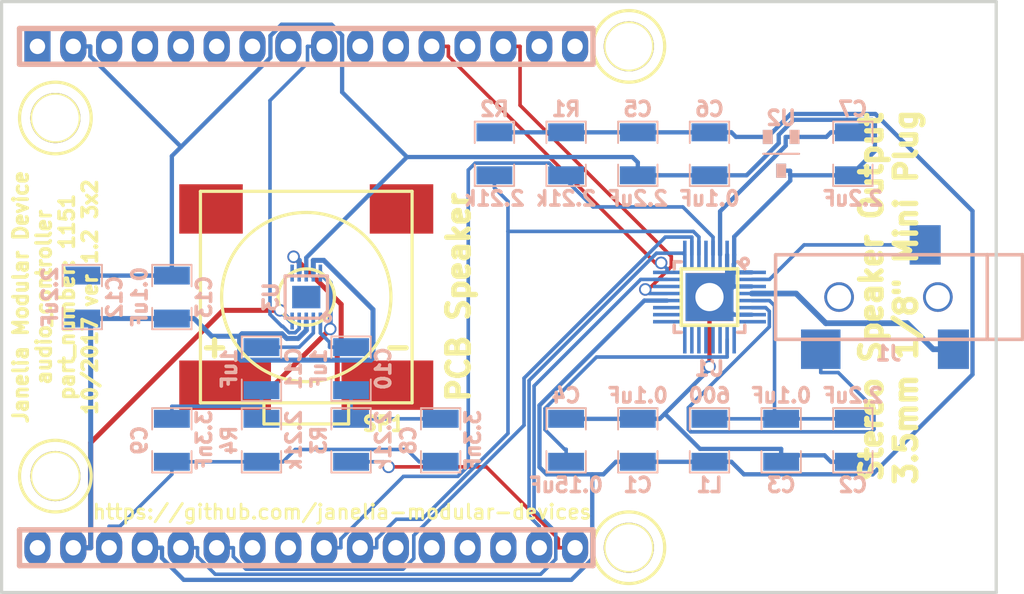
<source format=kicad_pcb>
(kicad_pcb (version 20170922) (host pcbnew no-vcs-found-72d4889~60~ubuntu16.04.1)

(general
  (thickness 1.6)
  (drawings 8)
  (tracks 290)
  (zones 0)
  (modules 24)
  (nets 27)
)

(page A4)
(title_block
  (title audio_controller_3x2)
  (rev 1.2)
)

(layers
  (0 F.Cu signal)
  (31 B.Cu signal)
  (32 B.Adhes user)
  (33 F.Adhes user)
  (34 B.Paste user)
  (35 F.Paste user)
  (36 B.SilkS user)
  (37 F.SilkS user)
  (38 B.Mask user)
  (39 F.Mask user)
  (40 Dwgs.User user hide)
  (41 Cmts.User user)
  (42 Eco1.User user)
  (43 Eco2.User user)
  (44 Edge.Cuts user)
  (45 Margin user)
  (46 B.CrtYd user)
  (47 F.CrtYd user)
  (48 B.Fab user hide)
  (49 F.Fab user hide)
)


(setup
  (last_trace_width 0.254)
  (trace_clearance 0.0254)
  (zone_clearance 0.2032)
  (zone_45_only no)
  (trace_min 0.2032)
  (segment_width 0.2286)
  (edge_width 0.2286)
  (via_size 0.889)
  (via_drill 0.635)
  (via_min_size 0.889)
  (via_min_drill 0.508)
  (uvia_size 0.508)
  (uvia_drill 0.127)
  (uvias_allowed no)
  (uvia_min_size 0.508)
  (uvia_min_drill 0.127)
  (pcb_text_width 0.3)
  (pcb_text_size 1.5 1.5)
  (mod_edge_width 0.381)
  (mod_text_size 1 1)
  (mod_text_width 0.15)
  (pad_size 1.016 4.4958)
  (pad_drill 0)
  (pad_to_mask_clearance 0)
  (aux_axis_origin 0 0)
  (visible_elements FFFFFF7F)
  (pcbplotparams
    (layerselection 0x000f0_ffffffff)
    (usegerberextensions true)
    (usegerberattributes true)
    (usegerberadvancedattributes true)
    (creategerberjobfile true)
    (excludeedgelayer false)
    (linewidth 0.100000)
    (plotframeref false)
    (viasonmask false)
    (mode 1)
    (useauxorigin false)
    (hpglpennumber 1)
    (hpglpenspeed 20)
    (hpglpendiameter 15)
    (psnegative false)
    (psa4output false)
    (plotreference true)
    (plotvalue true)
    (plotinvisibletext false)
    (padsonsilk false)
    (subtractmaskfromsilk true)
    (outputformat 1)
    (mirror false)
    (drillshape 0)
    (scaleselection 1)
    (outputdirectory gerbers/))
)

(net 0 "")
(net 1 GND)
(net 2 +3V3)
(net 3 "Net-(C2-Pad1)")
(net 4 "Net-(C4-Pad1)")
(net 5 +1V5)
(net 6 /HP_L)
(net 7 /HP_R)
(net 8 /BCLK)
(net 9 /MCLK)
(net 10 /I2SRX)
(net 11 /SDA)
(net 12 /SCL)
(net 13 /I2STX)
(net 14 /LRCLK)
(net 15 VEE)
(net 16 "Net-(C10-Pad1)")
(net 17 /AGND)
(net 18 "Net-(C11-Pad1)")
(net 19 "Net-(C10-Pad2)")
(net 20 "Net-(C11-Pad2)")
(net 21 /DAC)
(net 22 /AMP-)
(net 23 /AMP+)
(net 24 /HP_VGND)
(net 25 /PCB_SPEAKER_ENABLE)
(net 26 "Net-(U3-Pad6)")

(net_class Default "This is the default net class."
  (clearance 0.0254)
  (trace_width 0.254)
  (via_dia 0.889)
  (via_drill 0.635)
  (uvia_dia 0.508)
  (uvia_drill 0.127)
  (diff_pair_gap 0.254)
  (diff_pair_width 0.254)
  (add_net /PCB_SPEAKER_ENABLE)
  (add_net "Net-(U3-Pad6)")
)

(net_class GND ""
  (clearance 0.1016)
  (trace_width 0.3048)
  (via_dia 0.889)
  (via_drill 0.635)
  (uvia_dia 0.508)
  (uvia_drill 0.127)
  (diff_pair_gap 0.254)
  (diff_pair_width 0.254)
  (add_net GND)
)

(net_class LEDPOWER ""
  (clearance 0.254)
  (trace_width 0.6096)
  (via_dia 0.889)
  (via_drill 0.635)
  (uvia_dia 0.508)
  (uvia_drill 0.127)
  (diff_pair_gap 0.254)
  (diff_pair_width 0.254)
)

(net_class POWER ""
  (clearance 0.1016)
  (trace_width 0.3048)
  (via_dia 0.889)
  (via_drill 0.635)
  (uvia_dia 0.508)
  (uvia_drill 0.127)
  (diff_pair_gap 0.254)
  (diff_pair_width 0.254)
  (add_net +1V5)
  (add_net +3V3)
)

(net_class SIGNAL ""
  (clearance 0.1016)
  (trace_width 0.254)
  (via_dia 0.889)
  (via_drill 0.635)
  (uvia_dia 0.508)
  (uvia_drill 0.127)
  (diff_pair_gap 0.254)
  (diff_pair_width 0.254)
  (add_net /AGND)
  (add_net /BCLK)
  (add_net /DAC)
  (add_net /HP_L)
  (add_net /HP_R)
  (add_net /I2SRX)
  (add_net /I2STX)
  (add_net /LRCLK)
  (add_net /MCLK)
  (add_net /SCL)
  (add_net /SDA)
  (add_net "Net-(C10-Pad1)")
  (add_net "Net-(C10-Pad2)")
  (add_net "Net-(C11-Pad1)")
  (add_net "Net-(C11-Pad2)")
  (add_net "Net-(C2-Pad1)")
  (add_net "Net-(C4-Pad1)")
)

(net_class SUPERPOWER ""
  (clearance 0.1016)
  (trace_width 0.3556)
  (via_dia 0.889)
  (via_drill 0.635)
  (uvia_dia 0.508)
  (uvia_drill 0.127)
  (diff_pair_gap 0.254)
  (diff_pair_width 0.254)
  (add_net /AMP+)
  (add_net /AMP-)
  (add_net VEE)
)

(net_class VGND ""
  (clearance 0.1016)
  (trace_width 0.4064)
  (via_dia 0.889)
  (via_drill 0.635)
  (uvia_dia 0.508)
  (uvia_drill 0.127)
  (diff_pair_gap 0.254)
  (diff_pair_width 0.254)
  (add_net /HP_VGND)
)

  (module audio_controller_3x2:SPEAKER_8OHM_300MW (layer F.Cu) (tedit 59B99EA8) (tstamp 59B9BF95)
    (at 107.315 88.9)
    (path /59B97E9C)
    (fp_text reference SP1 (at 5.5 9) (layer F.SilkS)
      (effects (font (size 1.016 1.016) (thickness 0.254)))
    )
    (fp_text value SPEAKER_8OHM_300MW (at 0 -8.89) (layer F.Fab)
      (effects (font (size 1.016 1.016) (thickness 0.254)))
    )
    (fp_text user - (at 6.5 3.5) (layer F.SilkS)
      (effects (font (size 1.5 1.5) (thickness 0.375)))
    )
    (fp_text user + (at -6.5 3.5) (layer F.SilkS)
      (effects (font (size 1.5 1.5) (thickness 0.375)))
    )
    (fp_circle (center 0 0) (end 2 0) (layer F.SilkS) (width 0.2286))
    (fp_circle (center 0 0) (end 6 0) (layer F.SilkS) (width 0.2286))
    (fp_line (start -3 7.5) (end -3 9) (layer F.SilkS) (width 0.2286))
    (fp_line (start -3 9) (end 3 9) (layer F.SilkS) (width 0.2286))
    (fp_line (start 3 9) (end 3 7.5) (layer F.SilkS) (width 0.2286))
    (fp_line (start -7.5 -7.5) (end 7.5 -7.5) (layer F.SilkS) (width 0.2286))
    (fp_line (start 7.5 -7.5) (end 7.5 7.5) (layer F.SilkS) (width 0.2286))
    (fp_line (start 7.5 7.5) (end -7.5 7.5) (layer F.SilkS) (width 0.2286))
    (fp_line (start -7.5 7.5) (end -7.5 -7.5) (layer F.SilkS) (width 0.2286))
    (pad 1 smd rect (at -5.75 6.25) (size 6.5 3.5) (layers F.Cu F.Paste F.Mask)
      (net 23 /AMP+))
    (pad 2 smd rect (at 5.75 6.25) (size 6.5 3.5) (layers F.Cu F.Paste F.Mask)
      (net 22 /AMP-))
    (pad "" smd rect (at -6.75 -6.25) (size 4.5 3.5) (layers F.Cu F.Paste F.Mask))
    (pad "" smd rect (at 6.75 -6.25) (size 4.5 3.5) (layers F.Cu F.Paste F.Mask))
  )

  (module audio_controller_3x2:10-WFDFN_EXPOSED_PAD (layer B.Cu) (tedit 59B99D2E) (tstamp 59B9C9EF)
    (at 107.315 88.9)
    (path /59B9B19E)
    (fp_text reference U3 (at -2.5 0 -270) (layer B.SilkS)
      (effects (font (size 1.016 1.016) (thickness 0.254)) (justify mirror))
    )
    (fp_text value LM48310 (at 2.5 0 -90) (layer B.Fab)
      (effects (font (size 1.016 1.016) (thickness 0.254)) (justify mirror))
    )
    (fp_line (start 1 1.5) (end 1.5 1) (layer B.SilkS) (width 0.2286))
    (fp_line (start -1.5 1.5) (end 1 1.5) (layer B.SilkS) (width 0.2286))
    (fp_line (start 1.5 -1.5) (end 1.5 1) (layer B.SilkS) (width 0.2286))
    (fp_circle (center 1.5 1.5) (end 1.6 1.7) (layer B.SilkS) (width 0.2286))
    (fp_line (start -1.5 1.5) (end -1.5 -1.5) (layer B.SilkS) (width 0.2286))
    (fp_line (start -1.5 -1.5) (end 1.5 -1.5) (layer B.SilkS) (width 0.2286))
    (pad 1 smd rect (at 1 1.7) (size 0.25 1.2) (layers B.Cu B.Paste B.Mask)
      (net 19 "Net-(C10-Pad2)") (solder_mask_margin 0.05) (clearance 0.05))
    (pad 2 smd rect (at 0.5 1.7) (size 0.25 1.2) (layers B.Cu B.Paste B.Mask)
      (net 20 "Net-(C11-Pad2)") (solder_mask_margin 0.05) (clearance 0.05))
    (pad 3 smd rect (at 0 1.7) (size 0.25 1.2) (layers B.Cu B.Paste B.Mask)
      (net 15 VEE) (solder_mask_margin 0.05) (clearance 0.05))
    (pad 4 smd rect (at -0.5 1.7) (size 0.25 1.2) (layers B.Cu B.Paste B.Mask)
      (net 25 /PCB_SPEAKER_ENABLE) (solder_mask_margin 0.05) (clearance 0.05))
    (pad 5 smd rect (at -1 1.7) (size 0.25 1.2) (layers B.Cu B.Paste B.Mask)
      (net 15 VEE) (solder_mask_margin 0.05) (clearance 0.05))
    (pad 6 smd rect (at -1 -1.7) (size 0.25 1.2) (layers B.Cu B.Paste B.Mask)
      (net 26 "Net-(U3-Pad6)") (solder_mask_margin 0.05) (clearance 0.05))
    (pad 7 smd rect (at -0.5 -1.7) (size 0.25 1.2) (layers B.Cu B.Paste B.Mask)
      (net 22 /AMP-) (solder_mask_margin 0.05) (clearance 0.05))
    (pad 8 smd rect (at 0 -1.7) (size 0.25 1.2) (layers B.Cu B.Paste B.Mask)
      (net 1 GND) (solder_mask_margin 0.05) (clearance 0.05))
    (pad 9 smd rect (at 0.5 -1.7) (size 0.25 1.2) (layers B.Cu B.Paste B.Mask)
      (net 15 VEE) (solder_mask_margin 0.05) (clearance 0.05))
    (pad 10 smd rect (at 1 -1.7) (size 0.25 1.2) (layers B.Cu B.Paste B.Mask)
      (net 23 /AMP+) (solder_mask_margin 0.05) (clearance 0.05))
    (pad "" smd rect (at 0 0) (size 2 1.6) (layers B.Cu B.Paste B.Mask)
      (solder_mask_margin 0.05) (clearance 0.05))
  )

  (module audio_controller_3x2:MODULAR_DEVICE_BASE_3X2_MALE (layer F.Cu) (tedit 59284650) (tstamp 589B69A7)
    (at 107.315 88.9)
    (path /589B6745)
    (fp_text reference MDB1 (at 0 0) (layer F.SilkS) hide
      (effects (font (size 1.016 1.016) (thickness 0.254)))
    )
    (fp_text value MODULAR_DEVICE_BASE_3X2_MALE (at 0 2.54) (layer F.SilkS) hide
      (effects (font (thickness 0.3048)))
    )
    (fp_line (start 48.895 -20.955) (end -21.59 -20.955) (layer F.Fab) (width 0.2286))
    (fp_line (start 48.895 20.955) (end 48.895 -20.955) (layer F.Fab) (width 0.2286))
    (fp_line (start -21.59 20.955) (end 48.895 20.955) (layer F.Fab) (width 0.2286))
    (fp_line (start -21.59 -20.955) (end -21.59 20.955) (layer F.Fab) (width 0.2286))
    (fp_line (start 20.32 -19.05) (end -20.32 -19.05) (layer B.SilkS) (width 0.381))
    (fp_line (start 20.32 -16.51) (end 20.32 -19.05) (layer B.SilkS) (width 0.381))
    (fp_line (start -20.32 -16.51) (end 20.32 -16.51) (layer B.SilkS) (width 0.381))
    (fp_line (start -20.32 -19.05) (end -20.32 -16.51) (layer B.SilkS) (width 0.381))
    (fp_line (start 20.32 16.51) (end -20.32 16.51) (layer B.SilkS) (width 0.381))
    (fp_line (start 20.32 19.05) (end 20.32 16.51) (layer B.SilkS) (width 0.381))
    (fp_line (start -20.32 19.05) (end 20.32 19.05) (layer B.SilkS) (width 0.381))
    (fp_line (start -20.32 16.51) (end -20.32 19.05) (layer B.SilkS) (width 0.381))
    (fp_circle (center 22.86 -17.78) (end 25.4 -17.78) (layer F.SilkS) (width 0.2286))
    (fp_circle (center 22.86 17.78) (end 25.4 17.78) (layer F.SilkS) (width 0.2286))
    (fp_circle (center -17.78 12.7) (end -15.24 12.7) (layer F.SilkS) (width 0.2286))
    (fp_circle (center -17.78 -12.7) (end -15.24 -12.7) (layer F.SilkS) (width 0.2286))
    (pad "" thru_hole circle (at 22.86 -17.78) (size 3.556 3.556) (drill 3.302) (layers *.Cu *.Mask F.SilkS))
    (pad "" thru_hole circle (at 22.86 17.78) (size 3.556 3.556) (drill 3.302) (layers *.Cu *.Mask F.SilkS))
    (pad "" thru_hole circle (at -17.78 12.7) (size 3.556 3.556) (drill 3.302) (layers *.Cu *.Mask F.SilkS))
    (pad "" thru_hole circle (at -17.78 -12.7) (size 3.556 3.556) (drill 3.302) (layers *.Cu *.Mask F.SilkS))
    (pad AREF thru_hole oval (at -19.05 17.78) (size 1.8542 2.54) (drill 1.0922) (layers *.Cu *.Mask))
    (pad VEE thru_hole oval (at -16.51 17.78) (size 1.8542 2.54) (drill 1.0922) (layers *.Cu *.Mask)
      (net 15 VEE))
    (pad AGND thru_hole oval (at -13.97 17.78) (size 1.8542 2.54) (drill 1.0922) (layers *.Cu *.Mask)
      (net 17 /AGND))
    (pad 3V3 thru_hole oval (at -11.43 17.78) (size 1.8542 2.54) (drill 1.0922) (layers *.Cu *.Mask)
      (net 2 +3V3))
    (pad 23 thru_hole oval (at -8.89 17.78) (size 1.8542 2.54) (drill 1.0922) (layers *.Cu *.Mask)
      (net 14 /LRCLK))
    (pad 22 thru_hole oval (at -6.35 17.78) (size 1.8542 2.54) (drill 1.0922) (layers *.Cu *.Mask)
      (net 13 /I2STX))
    (pad 21 thru_hole oval (at -3.81 17.78) (size 1.8542 2.54) (drill 1.0922) (layers *.Cu *.Mask))
    (pad 20 thru_hole oval (at -1.27 17.78) (size 1.8542 2.54) (drill 1.0922) (layers *.Cu *.Mask))
    (pad 19 thru_hole oval (at 1.27 17.78) (size 1.8542 2.54) (drill 1.0922) (layers *.Cu *.Mask)
      (net 12 /SCL))
    (pad 18 thru_hole oval (at 3.81 17.78) (size 1.8542 2.54) (drill 1.0922) (layers *.Cu *.Mask)
      (net 11 /SDA))
    (pad 17 thru_hole oval (at 6.35 17.78) (size 1.8542 2.54) (drill 1.0922) (layers *.Cu *.Mask))
    (pad 16 thru_hole oval (at 8.89 17.78) (size 1.8542 2.54) (drill 1.0922) (layers *.Cu *.Mask))
    (pad 15 thru_hole oval (at 11.43 17.78) (size 1.8542 2.54) (drill 1.0922) (layers *.Cu *.Mask))
    (pad 14 thru_hole oval (at 13.97 17.78) (size 1.8542 2.54) (drill 1.0922) (layers *.Cu *.Mask))
    (pad 13 thru_hole oval (at 16.51 17.78) (size 1.8542 2.54) (drill 1.0922) (layers *.Cu *.Mask)
      (net 10 /I2SRX))
    (pad DAC thru_hole oval (at 19.05 17.78) (size 1.8542 2.54) (drill 1.0922) (layers *.Cu *.Mask)
      (net 21 /DAC))
    (pad 28 thru_hole oval (at 19.05 -17.78) (size 1.8542 2.54) (drill 1.0922) (layers *.Cu *.Mask))
    (pad 12 thru_hole oval (at 16.51 -17.78) (size 1.8542 2.54) (drill 1.0922) (layers *.Cu *.Mask))
    (pad 11 thru_hole oval (at 13.97 -17.78) (size 1.8542 2.54) (drill 1.0922) (layers *.Cu *.Mask)
      (net 9 /MCLK))
    (pad 10 thru_hole oval (at 11.43 -17.78) (size 1.8542 2.54) (drill 1.0922) (layers *.Cu *.Mask))
    (pad 9 thru_hole oval (at 8.89 -17.78) (size 1.8542 2.54) (drill 1.0922) (layers *.Cu *.Mask)
      (net 8 /BCLK))
    (pad 29 thru_hole oval (at 6.35 -17.78) (size 1.8542 2.54) (drill 1.0922) (layers *.Cu *.Mask))
    (pad 30 thru_hole oval (at 3.81 -17.78) (size 1.8542 2.54) (drill 1.0922) (layers *.Cu *.Mask))
    (pad 6 thru_hole oval (at 1.27 -17.78) (size 1.8542 2.54) (drill 1.0922) (layers *.Cu *.Mask)
      (net 25 /PCB_SPEAKER_ENABLE))
    (pad 5 thru_hole oval (at -1.27 -17.78) (size 1.8542 2.54) (drill 1.0922) (layers *.Cu *.Mask))
    (pad 4 thru_hole oval (at -3.81 -17.78) (size 1.8542 2.54) (drill 1.0922) (layers *.Cu *.Mask))
    (pad 3 thru_hole oval (at -6.35 -17.78) (size 1.8542 2.54) (drill 1.0922) (layers *.Cu *.Mask))
    (pad 2 thru_hole oval (at -8.89 -17.78) (size 1.8542 2.54) (drill 1.0922) (layers *.Cu *.Mask))
    (pad 25 thru_hole oval (at -11.43 -17.78) (size 1.8542 2.54) (drill 1.0922) (layers *.Cu *.Mask))
    (pad VDD thru_hole rect (at -19.05 -17.78) (size 1.8542 2.54) (drill 1.0922) (layers *.Cu *.Mask))
    (pad 24 thru_hole oval (at -13.97 -17.78) (size 1.8542 2.54) (drill 1.0922) (layers *.Cu *.Mask))
    (pad GND thru_hole oval (at -16.51 -17.78) (size 1.8542 2.54) (drill 1.0922) (layers *.Cu *.Mask)
      (net 1 GND))
  )

  (module audio_controller_3x2:QFN-5x5-32 (layer B.Cu) (tedit 58D9569B) (tstamp 58D5B527)
    (at 135.89 88.9 180)
    (path /59B9F587)
    (fp_text reference U1 (at 0 -5.08 180) (layer B.SilkS)
      (effects (font (size 1.016 1.016) (thickness 0.254)) (justify mirror))
    )
    (fp_text value SGTL5000 (at 0 5.715 180) (layer B.Fab) hide
      (effects (font (size 1.016 1.016) (thickness 0.254)) (justify mirror))
    )
    (fp_circle (center -2.5 2.5) (end -2.5 2.75) (layer B.SilkS) (width 0.25))
    (fp_line (start 2.5 2.5) (end 2.5 2) (layer B.SilkS) (width 0.25))
    (fp_line (start 2 2.5) (end 2.5 2.5) (layer B.SilkS) (width 0.25))
    (fp_line (start 2.5 -2.5) (end 2 -2.5) (layer B.SilkS) (width 0.25))
    (fp_line (start 2.5 -2) (end 2.5 -2.5) (layer B.SilkS) (width 0.25))
    (fp_line (start -2.5 -2.5) (end -2 -2.5) (layer B.SilkS) (width 0.25))
    (fp_line (start -2.5 -2) (end -2.5 -2.5) (layer B.SilkS) (width 0.25))
    (fp_line (start -2 2.5) (end -2.5 2) (layer B.SilkS) (width 0.25))
    (fp_line (start 2 2) (end -2 2) (layer F.SilkS) (width 0.25))
    (fp_line (start 2 -2) (end 2 2) (layer F.SilkS) (width 0.25))
    (fp_line (start -2 -2) (end 2 -2) (layer F.SilkS) (width 0.25))
    (fp_line (start -2 2) (end -2 -2) (layer F.SilkS) (width 0.25))
    (pad PAD thru_hole rect (at 0 0 180) (size 3.4 3.4) (drill 2) (layers *.Cu *.Mask)
      (net 1 GND) (solder_mask_margin 0.0375) (clearance 0.0375))
    (pad 25 smd rect (at 1.75 3 180) (size 0.25 2) (layers B.Cu B.Paste B.Mask)
      (net 10 /I2SRX) (solder_mask_margin 0.0375) (clearance 0.0375))
    (pad 26 smd rect (at 1.25 3 180) (size 0.25 2) (layers B.Cu B.Paste B.Mask)
      (net 13 /I2STX) (solder_mask_margin 0.0375) (clearance 0.0375))
    (pad 27 smd rect (at 0.75 3 180) (size 0.25 2) (layers B.Cu B.Paste B.Mask)
      (net 11 /SDA) (solder_mask_margin 0.0375) (clearance 0.0375))
    (pad 28 smd rect (at 0.25 3 180) (size 0.25 2) (layers B.Cu B.Paste B.Mask)
      (solder_mask_margin 0.0375) (clearance 0.0375))
    (pad 29 smd rect (at -0.25 3 180) (size 0.25 2) (layers B.Cu B.Paste B.Mask)
      (net 12 /SCL) (solder_mask_margin 0.0375) (clearance 0.0375))
    (pad 30 smd rect (at -0.75 3 180) (size 0.25 2) (layers B.Cu B.Paste B.Mask)
      (net 5 +1V5) (solder_mask_margin 0.0375) (clearance 0.0375))
    (pad 31 smd rect (at -1.25 3 180) (size 0.25 2) (layers B.Cu B.Paste B.Mask)
      (net 1 GND) (solder_mask_margin 0.0375) (clearance 0.0375))
    (pad 32 smd rect (at -1.75 3 180) (size 0.25 2) (layers B.Cu B.Paste B.Mask)
      (net 1 GND) (solder_mask_margin 0.0375) (clearance 0.0375))
    (pad 9 smd rect (at -1.75 -3 180) (size 0.25 2) (layers B.Cu B.Paste B.Mask)
      (solder_mask_margin 0.0375) (clearance 0.0375))
    (pad 10 smd rect (at -1.25 -3 180) (size 0.25 2) (layers B.Cu B.Paste B.Mask)
      (net 4 "Net-(C4-Pad1)") (solder_mask_margin 0.0375) (clearance 0.0375))
    (pad 11 smd rect (at -0.75 -3 180) (size 0.25 2) (layers B.Cu B.Paste B.Mask)
      (solder_mask_margin 0.0375) (clearance 0.0375))
    (pad 12 smd rect (at -0.25 -3 180) (size 0.25 2) (layers B.Cu B.Paste B.Mask)
      (solder_mask_margin 0.0375) (clearance 0.0375))
    (pad 13 smd rect (at 0.25 -3 180) (size 0.25 2) (layers B.Cu B.Paste B.Mask)
      (solder_mask_margin 0.0375) (clearance 0.0375))
    (pad 14 smd rect (at 0.75 -3 180) (size 0.25 2) (layers B.Cu B.Paste B.Mask)
      (solder_mask_margin 0.0375) (clearance 0.0375))
    (pad 15 smd rect (at 1.25 -3 180) (size 0.25 2) (layers B.Cu B.Paste B.Mask)
      (solder_mask_margin 0.0375) (clearance 0.0375))
    (pad 16 smd rect (at 1.75 -3 180) (size 0.25 2) (layers B.Cu B.Paste B.Mask)
      (solder_mask_margin 0.0375) (clearance 0.0375))
    (pad 1 smd rect (at -3 1.75 180) (size 2 0.25) (layers B.Cu B.Paste B.Mask)
      (net 1 GND) (solder_mask_margin 0.0375) (clearance 0.0375))
    (pad 2 smd rect (at -3 1.25 180) (size 2 0.25) (layers B.Cu B.Paste B.Mask)
      (net 7 /HP_R) (solder_mask_margin 0.0375) (clearance 0.0375))
    (pad 3 smd rect (at -3 0.75 180) (size 2 0.25) (layers B.Cu B.Paste B.Mask)
      (net 1 GND) (solder_mask_margin 0.0375) (clearance 0.0375))
    (pad 4 smd rect (at -3 0.25 180) (size 2 0.25) (layers B.Cu B.Paste B.Mask)
      (net 24 /HP_VGND) (solder_mask_margin 0.0375) (clearance 0.0375))
    (pad 5 smd rect (at -3 -0.25 180) (size 2 0.25) (layers B.Cu B.Paste B.Mask)
      (net 3 "Net-(C2-Pad1)") (solder_mask_margin 0.0375) (clearance 0.0375))
    (pad 6 smd rect (at -3 -0.75 180) (size 2 0.25) (layers B.Cu B.Paste B.Mask)
      (net 6 /HP_L) (solder_mask_margin 0.0375) (clearance 0.0375))
    (pad 7 smd rect (at -3 -1.25 180) (size 2 0.25) (layers B.Cu B.Paste B.Mask)
      (net 1 GND) (solder_mask_margin 0.0375) (clearance 0.0375))
    (pad 8 smd rect (at -3 -1.75 180) (size 2 0.25) (layers B.Cu B.Paste B.Mask)
      (solder_mask_margin 0.0375) (clearance 0.0375))
    (pad 17 smd rect (at 3 -1.75 180) (size 2 0.25) (layers B.Cu B.Paste B.Mask)
      (solder_mask_margin 0.0375) (clearance 0.0375))
    (pad 18 smd rect (at 3 -1.25 180) (size 2 0.25) (layers B.Cu B.Paste B.Mask)
      (solder_mask_margin 0.0375) (clearance 0.0375))
    (pad 19 smd rect (at 3 -0.75 180) (size 2 0.25) (layers B.Cu B.Paste B.Mask)
      (solder_mask_margin 0.0375) (clearance 0.0375))
    (pad 20 smd rect (at 3 -0.25 180) (size 2 0.25) (layers B.Cu B.Paste B.Mask)
      (net 2 +3V3) (solder_mask_margin 0.0375) (clearance 0.0375))
    (pad 21 smd rect (at 3 0.25 180) (size 2 0.25) (layers B.Cu B.Paste B.Mask)
      (net 9 /MCLK) (solder_mask_margin 0.0375) (clearance 0.0375))
    (pad 22 smd rect (at 3 0.75 180) (size 2 0.25) (layers B.Cu B.Paste B.Mask)
      (solder_mask_margin 0.0375) (clearance 0.0375))
    (pad 23 smd rect (at 3 1.25 180) (size 2 0.25) (layers B.Cu B.Paste B.Mask)
      (net 14 /LRCLK) (solder_mask_margin 0.0375) (clearance 0.0375))
    (pad 24 smd rect (at 3 1.75 180) (size 2 0.25) (layers B.Cu B.Paste B.Mask)
      (net 8 /BCLK) (solder_mask_margin 0.0375) (clearance 0.0375))
  )

  (module audio_controller_3x2:SM1210 (layer B.Cu) (tedit 58D5855D) (tstamp 58D5B47A)
    (at 130.81 99.06 90)
    (tags "CMS SM")
    (path /58D5968D)
    (attr smd)
    (fp_text reference C1 (at -3.175 0 180) (layer B.SilkS)
      (effects (font (size 1.016 1.016) (thickness 0.254)) (justify mirror))
    )
    (fp_text value 0.1uF (at 3.175 0 180) (layer B.SilkS)
      (effects (font (size 1.016 1.016) (thickness 0.254)) (justify mirror))
    )
    (fp_line (start 2.286 1.397) (end 0.762 1.397) (layer B.SilkS) (width 0.127))
    (fp_line (start 2.286 -1.397) (end 2.286 1.397) (layer B.SilkS) (width 0.127))
    (fp_line (start 0.762 -1.397) (end 2.286 -1.397) (layer B.SilkS) (width 0.127))
    (fp_line (start -2.286 -1.397) (end -0.762 -1.397) (layer B.SilkS) (width 0.127))
    (fp_line (start -2.286 1.397) (end -2.286 -1.397) (layer B.SilkS) (width 0.127))
    (fp_line (start -0.762 1.397) (end -2.286 1.397) (layer B.SilkS) (width 0.127))
    (pad 2 smd rect (at 1.524 0 90) (size 1.27 2.54) (layers B.Cu B.Paste B.Mask)
      (net 1 GND))
    (pad 1 smd rect (at -1.524 0 90) (size 1.27 2.54) (layers B.Cu B.Paste B.Mask)
      (net 2 +3V3))
    (model smd/chip_cms.wrl
      (at (xyz 0 0 0))
      (scale (xyz 0.17 0.2 0.17))
      (rotate (xyz 0 0 0))
    )
  )

  (module audio_controller_3x2:SM1210 (layer B.Cu) (tedit 58D587A9) (tstamp 58D5B486)
    (at 146.05 99.06 270)
    (tags "CMS SM")
    (path /58D59709)
    (attr smd)
    (fp_text reference C2 (at 3.175 0) (layer B.SilkS)
      (effects (font (size 1.016 1.016) (thickness 0.254)) (justify mirror))
    )
    (fp_text value 2.2uF (at -3.175 0) (layer B.SilkS)
      (effects (font (size 1.016 1.016) (thickness 0.254)) (justify mirror))
    )
    (fp_line (start -0.762 1.397) (end -2.286 1.397) (layer B.SilkS) (width 0.127))
    (fp_line (start -2.286 1.397) (end -2.286 -1.397) (layer B.SilkS) (width 0.127))
    (fp_line (start -2.286 -1.397) (end -0.762 -1.397) (layer B.SilkS) (width 0.127))
    (fp_line (start 0.762 -1.397) (end 2.286 -1.397) (layer B.SilkS) (width 0.127))
    (fp_line (start 2.286 -1.397) (end 2.286 1.397) (layer B.SilkS) (width 0.127))
    (fp_line (start 2.286 1.397) (end 0.762 1.397) (layer B.SilkS) (width 0.127))
    (pad 1 smd rect (at -1.524 0 270) (size 1.27 2.54) (layers B.Cu B.Paste B.Mask)
      (net 3 "Net-(C2-Pad1)"))
    (pad 2 smd rect (at 1.524 0 270) (size 1.27 2.54) (layers B.Cu B.Paste B.Mask)
      (net 1 GND))
    (model smd/chip_cms.wrl
      (at (xyz 0 0 0))
      (scale (xyz 0.17 0.2 0.17))
      (rotate (xyz 0 0 0))
    )
  )

  (module audio_controller_3x2:SM1210 (layer B.Cu) (tedit 58D587A5) (tstamp 58D5B492)
    (at 140.97 99.06 270)
    (tags "CMS SM")
    (path /58D597AD)
    (attr smd)
    (fp_text reference C3 (at 3.175 0) (layer B.SilkS)
      (effects (font (size 1.016 1.016) (thickness 0.254)) (justify mirror))
    )
    (fp_text value 0.1uF (at -3.175 0) (layer B.SilkS)
      (effects (font (size 1.016 1.016) (thickness 0.254)) (justify mirror))
    )
    (fp_line (start 2.286 1.397) (end 0.762 1.397) (layer B.SilkS) (width 0.127))
    (fp_line (start 2.286 -1.397) (end 2.286 1.397) (layer B.SilkS) (width 0.127))
    (fp_line (start 0.762 -1.397) (end 2.286 -1.397) (layer B.SilkS) (width 0.127))
    (fp_line (start -2.286 -1.397) (end -0.762 -1.397) (layer B.SilkS) (width 0.127))
    (fp_line (start -2.286 1.397) (end -2.286 -1.397) (layer B.SilkS) (width 0.127))
    (fp_line (start -0.762 1.397) (end -2.286 1.397) (layer B.SilkS) (width 0.127))
    (pad 2 smd rect (at 1.524 0 270) (size 1.27 2.54) (layers B.Cu B.Paste B.Mask)
      (net 1 GND))
    (pad 1 smd rect (at -1.524 0 270) (size 1.27 2.54) (layers B.Cu B.Paste B.Mask)
      (net 3 "Net-(C2-Pad1)"))
    (model smd/chip_cms.wrl
      (at (xyz 0 0 0))
      (scale (xyz 0.17 0.2 0.17))
      (rotate (xyz 0 0 0))
    )
  )

  (module audio_controller_3x2:SM1210 (layer B.Cu) (tedit 58D5883C) (tstamp 58D5B49E)
    (at 125.73 99.06 90)
    (tags "CMS SM")
    (path /58D5803C)
    (attr smd)
    (fp_text reference C4 (at 3.175 0 180) (layer B.SilkS)
      (effects (font (size 1.016 1.016) (thickness 0.254)) (justify mirror))
    )
    (fp_text value 0.15uF (at -3.175 0 180) (layer B.SilkS)
      (effects (font (size 1.016 1.016) (thickness 0.254)) (justify mirror))
    )
    (fp_line (start -0.762 1.397) (end -2.286 1.397) (layer B.SilkS) (width 0.127))
    (fp_line (start -2.286 1.397) (end -2.286 -1.397) (layer B.SilkS) (width 0.127))
    (fp_line (start -2.286 -1.397) (end -0.762 -1.397) (layer B.SilkS) (width 0.127))
    (fp_line (start 0.762 -1.397) (end 2.286 -1.397) (layer B.SilkS) (width 0.127))
    (fp_line (start 2.286 -1.397) (end 2.286 1.397) (layer B.SilkS) (width 0.127))
    (fp_line (start 2.286 1.397) (end 0.762 1.397) (layer B.SilkS) (width 0.127))
    (pad 1 smd rect (at -1.524 0 90) (size 1.27 2.54) (layers B.Cu B.Paste B.Mask)
      (net 4 "Net-(C4-Pad1)"))
    (pad 2 smd rect (at 1.524 0 90) (size 1.27 2.54) (layers B.Cu B.Paste B.Mask)
      (net 1 GND))
    (model smd/chip_cms.wrl
      (at (xyz 0 0 0))
      (scale (xyz 0.17 0.2 0.17))
      (rotate (xyz 0 0 0))
    )
  )

  (module audio_controller_3x2:SM1210 (layer B.Cu) (tedit 58D583B1) (tstamp 58D5B4AA)
    (at 130.81 78.74 270)
    (tags "CMS SM")
    (path /58D586BC)
    (attr smd)
    (fp_text reference C5 (at -3.175 0) (layer B.SilkS)
      (effects (font (size 1.016 1.016) (thickness 0.254)) (justify mirror))
    )
    (fp_text value 2.2uF (at 3.175 0) (layer B.SilkS)
      (effects (font (size 1.016 1.016) (thickness 0.254)) (justify mirror))
    )
    (fp_line (start 2.286 1.397) (end 0.762 1.397) (layer B.SilkS) (width 0.127))
    (fp_line (start 2.286 -1.397) (end 2.286 1.397) (layer B.SilkS) (width 0.127))
    (fp_line (start 0.762 -1.397) (end 2.286 -1.397) (layer B.SilkS) (width 0.127))
    (fp_line (start -2.286 -1.397) (end -0.762 -1.397) (layer B.SilkS) (width 0.127))
    (fp_line (start -2.286 1.397) (end -2.286 -1.397) (layer B.SilkS) (width 0.127))
    (fp_line (start -0.762 1.397) (end -2.286 1.397) (layer B.SilkS) (width 0.127))
    (pad 2 smd rect (at 1.524 0 270) (size 1.27 2.54) (layers B.Cu B.Paste B.Mask)
      (net 1 GND))
    (pad 1 smd rect (at -1.524 0 270) (size 1.27 2.54) (layers B.Cu B.Paste B.Mask)
      (net 2 +3V3))
    (model smd/chip_cms.wrl
      (at (xyz 0 0 0))
      (scale (xyz 0.17 0.2 0.17))
      (rotate (xyz 0 0 0))
    )
  )

  (module audio_controller_3x2:SM1210 (layer B.Cu) (tedit 58D583BA) (tstamp 58D5B4B6)
    (at 135.89 78.74 270)
    (tags "CMS SM")
    (path /58D58809)
    (attr smd)
    (fp_text reference C6 (at -3.175 0) (layer B.SilkS)
      (effects (font (size 1.016 1.016) (thickness 0.254)) (justify mirror))
    )
    (fp_text value 0.1uF (at 3.175 0) (layer B.SilkS)
      (effects (font (size 1.016 1.016) (thickness 0.254)) (justify mirror))
    )
    (fp_line (start -0.762 1.397) (end -2.286 1.397) (layer B.SilkS) (width 0.127))
    (fp_line (start -2.286 1.397) (end -2.286 -1.397) (layer B.SilkS) (width 0.127))
    (fp_line (start -2.286 -1.397) (end -0.762 -1.397) (layer B.SilkS) (width 0.127))
    (fp_line (start 0.762 -1.397) (end 2.286 -1.397) (layer B.SilkS) (width 0.127))
    (fp_line (start 2.286 -1.397) (end 2.286 1.397) (layer B.SilkS) (width 0.127))
    (fp_line (start 2.286 1.397) (end 0.762 1.397) (layer B.SilkS) (width 0.127))
    (pad 1 smd rect (at -1.524 0 270) (size 1.27 2.54) (layers B.Cu B.Paste B.Mask)
      (net 2 +3V3))
    (pad 2 smd rect (at 1.524 0 270) (size 1.27 2.54) (layers B.Cu B.Paste B.Mask)
      (net 1 GND))
    (model smd/chip_cms.wrl
      (at (xyz 0 0 0))
      (scale (xyz 0.17 0.2 0.17))
      (rotate (xyz 0 0 0))
    )
  )

  (module audio_controller_3x2:SM1210 (layer B.Cu) (tedit 58D583F9) (tstamp 58D5B4C2)
    (at 146.05 78.74 270)
    (tags "CMS SM")
    (path /58D589E3)
    (attr smd)
    (fp_text reference C7 (at -3.175 0) (layer B.SilkS)
      (effects (font (size 1.016 1.016) (thickness 0.254)) (justify mirror))
    )
    (fp_text value 2.2uF (at 3.175 0) (layer B.SilkS)
      (effects (font (size 1.016 1.016) (thickness 0.254)) (justify mirror))
    )
    (fp_line (start 2.286 1.397) (end 0.762 1.397) (layer B.SilkS) (width 0.127))
    (fp_line (start 2.286 -1.397) (end 2.286 1.397) (layer B.SilkS) (width 0.127))
    (fp_line (start 0.762 -1.397) (end 2.286 -1.397) (layer B.SilkS) (width 0.127))
    (fp_line (start -2.286 -1.397) (end -0.762 -1.397) (layer B.SilkS) (width 0.127))
    (fp_line (start -2.286 1.397) (end -2.286 -1.397) (layer B.SilkS) (width 0.127))
    (fp_line (start -0.762 1.397) (end -2.286 1.397) (layer B.SilkS) (width 0.127))
    (pad 2 smd rect (at 1.524 0 270) (size 1.27 2.54) (layers B.Cu B.Paste B.Mask)
      (net 1 GND))
    (pad 1 smd rect (at -1.524 0 270) (size 1.27 2.54) (layers B.Cu B.Paste B.Mask)
      (net 5 +1V5))
    (model smd/chip_cms.wrl
      (at (xyz 0 0 0))
      (scale (xyz 0.17 0.2 0.17))
      (rotate (xyz 0 0 0))
    )
  )

  (module audio_controller_3x2:AUDIO_JACK_3.5MM_3PIN (layer B.Cu) (tedit 58175CD2) (tstamp 58D5B4D2)
    (at 155.575 88.9 180)
    (path /58D57AE1)
    (fp_text reference J1 (at 7 -4 180) (layer B.SilkS)
      (effects (font (size 1.016 1.016) (thickness 0.254)) (justify mirror))
    )
    (fp_text value AUDIO_JACK_3.5MM (at 7.5 6 180) (layer B.Fab)
      (effects (font (size 1.5 1.5) (thickness 0.15)) (justify mirror))
    )
    (fp_line (start 15 3) (end 0 3) (layer B.SilkS) (width 0.25))
    (fp_line (start 15 -3) (end 15 3) (layer B.SilkS) (width 0.25))
    (fp_line (start 0 -3) (end 15 -3) (layer B.SilkS) (width 0.25))
    (fp_line (start 0 3) (end 0 -3) (layer B.SilkS) (width 0.25))
    (fp_line (start -2.5 -3) (end 0 -3) (layer B.SilkS) (width 0.25))
    (fp_line (start -2.5 3) (end -2.5 -3) (layer B.SilkS) (width 0.25))
    (fp_line (start 0 3) (end -2.5 3) (layer B.SilkS) (width 0.25))
    (pad "" thru_hole circle (at 10.5 0 180) (size 2.1 2.1) (drill 1.7) (layers *.Cu *.Mask))
    (pad "" thru_hole circle (at 3.5 0 180) (size 2.1 2.1) (drill 1.7) (layers *.Cu *.Mask))
    (pad 2 smd rect (at 11.8 -3.7 180) (size 2.8 2.8) (layers B.Cu B.Paste B.Mask)
      (net 6 /HP_L))
    (pad 3 smd rect (at 4.4 3.7 180) (size 2.2 2.8) (layers B.Cu B.Paste B.Mask)
      (net 7 /HP_R))
    (pad 1 smd rect (at 2.4 -3.7 180) (size 2.2 2.8) (layers B.Cu B.Paste B.Mask)
      (net 24 /HP_VGND))
  )

  (module audio_controller_3x2:SM1210 (layer B.Cu) (tedit 59E8E1EA) (tstamp 58D5B4DE)
    (at 135.89 99.06 90)
    (tags "CMS SM")
    (path /58D59498)
    (attr smd)
    (fp_text reference L1 (at -3.175 0 180) (layer B.SilkS)
      (effects (font (size 1.016 1.016) (thickness 0.254)) (justify mirror))
    )
    (fp_text value 600 (at 3.175 0 180) (layer B.SilkS)
      (effects (font (size 1.016 1.016) (thickness 0.254)) (justify mirror))
    )
    (fp_line (start -0.762 1.397) (end -2.286 1.397) (layer B.SilkS) (width 0.127))
    (fp_line (start -2.286 1.397) (end -2.286 -1.397) (layer B.SilkS) (width 0.127))
    (fp_line (start -2.286 -1.397) (end -0.762 -1.397) (layer B.SilkS) (width 0.127))
    (fp_line (start 0.762 -1.397) (end 2.286 -1.397) (layer B.SilkS) (width 0.127))
    (fp_line (start 2.286 -1.397) (end 2.286 1.397) (layer B.SilkS) (width 0.127))
    (fp_line (start 2.286 1.397) (end 0.762 1.397) (layer B.SilkS) (width 0.127))
    (pad 1 smd rect (at -1.524 0 90) (size 1.27 2.54) (layers B.Cu B.Paste B.Mask)
      (net 2 +3V3))
    (pad 2 smd rect (at 1.524 0 90) (size 1.27 2.54) (layers B.Cu B.Paste B.Mask)
      (net 3 "Net-(C2-Pad1)"))
    (model smd/chip_cms.wrl
      (at (xyz 0 0 0))
      (scale (xyz 0.17 0.2 0.17))
      (rotate (xyz 0 0 0))
    )
  )

  (module audio_controller_3x2:SM1210 (layer B.Cu) (tedit 58D58449) (tstamp 58D5B4EA)
    (at 125.73 78.74 270)
    (tags "CMS SM")
    (path /58D5A386)
    (attr smd)
    (fp_text reference R1 (at -3.175 0) (layer B.SilkS)
      (effects (font (size 1.016 1.016) (thickness 0.254)) (justify mirror))
    )
    (fp_text value 2.21k (at 3.175 0) (layer B.SilkS)
      (effects (font (size 1.016 1.016) (thickness 0.254)) (justify mirror))
    )
    (fp_line (start -0.762 1.397) (end -2.286 1.397) (layer B.SilkS) (width 0.127))
    (fp_line (start -2.286 1.397) (end -2.286 -1.397) (layer B.SilkS) (width 0.127))
    (fp_line (start -2.286 -1.397) (end -0.762 -1.397) (layer B.SilkS) (width 0.127))
    (fp_line (start 0.762 -1.397) (end 2.286 -1.397) (layer B.SilkS) (width 0.127))
    (fp_line (start 2.286 -1.397) (end 2.286 1.397) (layer B.SilkS) (width 0.127))
    (fp_line (start 2.286 1.397) (end 0.762 1.397) (layer B.SilkS) (width 0.127))
    (pad 1 smd rect (at -1.524 0 270) (size 1.27 2.54) (layers B.Cu B.Paste B.Mask)
      (net 2 +3V3))
    (pad 2 smd rect (at 1.524 0 270) (size 1.27 2.54) (layers B.Cu B.Paste B.Mask)
      (net 12 /SCL))
    (model smd/chip_cms.wrl
      (at (xyz 0 0 0))
      (scale (xyz 0.17 0.2 0.17))
      (rotate (xyz 0 0 0))
    )
  )

  (module audio_controller_3x2:SM1210 (layer B.Cu) (tedit 58D58459) (tstamp 58D5B4F6)
    (at 120.65 78.74 270)
    (tags "CMS SM")
    (path /58D5A5D2)
    (attr smd)
    (fp_text reference R2 (at -3.175 0) (layer B.SilkS)
      (effects (font (size 1.016 1.016) (thickness 0.254)) (justify mirror))
    )
    (fp_text value 2.21k (at 3.175 0) (layer B.SilkS)
      (effects (font (size 1.016 1.016) (thickness 0.254)) (justify mirror))
    )
    (fp_line (start 2.286 1.397) (end 0.762 1.397) (layer B.SilkS) (width 0.127))
    (fp_line (start 2.286 -1.397) (end 2.286 1.397) (layer B.SilkS) (width 0.127))
    (fp_line (start 0.762 -1.397) (end 2.286 -1.397) (layer B.SilkS) (width 0.127))
    (fp_line (start -2.286 -1.397) (end -0.762 -1.397) (layer B.SilkS) (width 0.127))
    (fp_line (start -2.286 1.397) (end -2.286 -1.397) (layer B.SilkS) (width 0.127))
    (fp_line (start -0.762 1.397) (end -2.286 1.397) (layer B.SilkS) (width 0.127))
    (pad 2 smd rect (at 1.524 0 270) (size 1.27 2.54) (layers B.Cu B.Paste B.Mask)
      (net 11 /SDA))
    (pad 1 smd rect (at -1.524 0 270) (size 1.27 2.54) (layers B.Cu B.Paste B.Mask)
      (net 2 +3V3))
    (model smd/chip_cms.wrl
      (at (xyz 0 0 0))
      (scale (xyz 0.17 0.2 0.17))
      (rotate (xyz 0 0 0))
    )
  )

  (module audio_controller_3x2:SOT-23-3 (layer B.Cu) (tedit 553A8B03) (tstamp 58D5B52F)
    (at 140.97 78.74)
    (path /58D5840E)
    (fp_text reference U2 (at 0 -2.54) (layer B.SilkS)
      (effects (font (size 1.016 1.016) (thickness 0.254)) (justify mirror))
    )
    (fp_text value AP7313_1.5V (at 0 2.286) (layer B.SilkS) hide
      (effects (font (size 1.016 1.016) (thickness 0.1016)) (justify mirror))
    )
    (fp_line (start -1.27 0) (end 1.27 0) (layer B.SilkS) (width 0.15))
    (pad 1 smd rect (at -0.94996 -1.19888) (size 0.70104 1.00076) (layers B.Cu B.SilkS B.Mask)
      (net 2 +3V3))
    (pad 2 smd rect (at 0.94996 -1.19888) (size 0.70104 1.00076) (layers B.Cu B.SilkS B.Mask)
      (net 5 +1V5))
    (pad 3 smd rect (at 0 1.19888) (size 0.70104 1.00076) (layers B.Cu B.SilkS B.Mask)
      (net 1 GND))
  )

  (module audio_controller_3x2:SM1210 (layer B.Cu) (tedit 5481F170) (tstamp 59B9C987)
    (at 116.84 99.06 270)
    (tags "CMS SM")
    (path /59B9D911)
    (attr smd)
    (fp_text reference C8 (at 0 2.286 270) (layer B.SilkS)
      (effects (font (size 1.016 1.016) (thickness 0.254)) (justify mirror))
    )
    (fp_text value 3.3nF (at 0 -2.286 270) (layer B.SilkS)
      (effects (font (size 1.016 1.016) (thickness 0.254)) (justify mirror))
    )
    (fp_line (start -0.762 1.397) (end -2.286 1.397) (layer B.SilkS) (width 0.127))
    (fp_line (start -2.286 1.397) (end -2.286 -1.397) (layer B.SilkS) (width 0.127))
    (fp_line (start -2.286 -1.397) (end -0.762 -1.397) (layer B.SilkS) (width 0.127))
    (fp_line (start 0.762 -1.397) (end 2.286 -1.397) (layer B.SilkS) (width 0.127))
    (fp_line (start 2.286 -1.397) (end 2.286 1.397) (layer B.SilkS) (width 0.127))
    (fp_line (start 2.286 1.397) (end 0.762 1.397) (layer B.SilkS) (width 0.127))
    (pad 1 smd rect (at -1.524 0 270) (size 1.27 2.54) (layers B.Cu B.Paste B.Mask)
      (net 16 "Net-(C10-Pad1)"))
    (pad 2 smd rect (at 1.524 0 270) (size 1.27 2.54) (layers B.Cu B.Paste B.Mask)
      (net 17 /AGND))
    (model smd/chip_cms.wrl
      (at (xyz 0 0 0))
      (scale (xyz 0.17 0.2 0.17))
      (rotate (xyz 0 0 0))
    )
  )

  (module audio_controller_3x2:SM1210 (layer B.Cu) (tedit 5481F170) (tstamp 59B9C993)
    (at 97.79 99.06 270)
    (tags "CMS SM")
    (path /59B9D598)
    (attr smd)
    (fp_text reference C9 (at 0 2.286 270) (layer B.SilkS)
      (effects (font (size 1.016 1.016) (thickness 0.254)) (justify mirror))
    )
    (fp_text value 3.3nF (at 0 -2.286 270) (layer B.SilkS)
      (effects (font (size 1.016 1.016) (thickness 0.254)) (justify mirror))
    )
    (fp_line (start 2.286 1.397) (end 0.762 1.397) (layer B.SilkS) (width 0.127))
    (fp_line (start 2.286 -1.397) (end 2.286 1.397) (layer B.SilkS) (width 0.127))
    (fp_line (start 0.762 -1.397) (end 2.286 -1.397) (layer B.SilkS) (width 0.127))
    (fp_line (start -2.286 -1.397) (end -0.762 -1.397) (layer B.SilkS) (width 0.127))
    (fp_line (start -2.286 1.397) (end -2.286 -1.397) (layer B.SilkS) (width 0.127))
    (fp_line (start -0.762 1.397) (end -2.286 1.397) (layer B.SilkS) (width 0.127))
    (pad 2 smd rect (at 1.524 0 270) (size 1.27 2.54) (layers B.Cu B.Paste B.Mask)
      (net 17 /AGND))
    (pad 1 smd rect (at -1.524 0 270) (size 1.27 2.54) (layers B.Cu B.Paste B.Mask)
      (net 18 "Net-(C11-Pad1)"))
    (model smd/chip_cms.wrl
      (at (xyz 0 0 0))
      (scale (xyz 0.17 0.2 0.17))
      (rotate (xyz 0 0 0))
    )
  )

  (module audio_controller_3x2:SM1210 (layer B.Cu) (tedit 5481F170) (tstamp 59B9C99F)
    (at 110.49 93.98 90)
    (tags "CMS SM")
    (path /59B9A980)
    (attr smd)
    (fp_text reference C10 (at 0 2.286 90) (layer B.SilkS)
      (effects (font (size 1.016 1.016) (thickness 0.254)) (justify mirror))
    )
    (fp_text value 1uF (at 0 -2.286 90) (layer B.SilkS)
      (effects (font (size 1.016 1.016) (thickness 0.254)) (justify mirror))
    )
    (fp_line (start 2.286 1.397) (end 0.762 1.397) (layer B.SilkS) (width 0.127))
    (fp_line (start 2.286 -1.397) (end 2.286 1.397) (layer B.SilkS) (width 0.127))
    (fp_line (start 0.762 -1.397) (end 2.286 -1.397) (layer B.SilkS) (width 0.127))
    (fp_line (start -2.286 -1.397) (end -0.762 -1.397) (layer B.SilkS) (width 0.127))
    (fp_line (start -2.286 1.397) (end -2.286 -1.397) (layer B.SilkS) (width 0.127))
    (fp_line (start -0.762 1.397) (end -2.286 1.397) (layer B.SilkS) (width 0.127))
    (pad 2 smd rect (at 1.524 0 90) (size 1.27 2.54) (layers B.Cu B.Paste B.Mask)
      (net 19 "Net-(C10-Pad2)"))
    (pad 1 smd rect (at -1.524 0 90) (size 1.27 2.54) (layers B.Cu B.Paste B.Mask)
      (net 16 "Net-(C10-Pad1)"))
    (model smd/chip_cms.wrl
      (at (xyz 0 0 0))
      (scale (xyz 0.17 0.2 0.17))
      (rotate (xyz 0 0 0))
    )
  )

  (module audio_controller_3x2:SM1210 (layer B.Cu) (tedit 5481F170) (tstamp 59B9C9AB)
    (at 104.14 93.98 90)
    (tags "CMS SM")
    (path /59B9AEDB)
    (attr smd)
    (fp_text reference C11 (at 0 2.286 90) (layer B.SilkS)
      (effects (font (size 1.016 1.016) (thickness 0.254)) (justify mirror))
    )
    (fp_text value 1uF (at 0 -2.286 90) (layer B.SilkS)
      (effects (font (size 1.016 1.016) (thickness 0.254)) (justify mirror))
    )
    (fp_line (start -0.762 1.397) (end -2.286 1.397) (layer B.SilkS) (width 0.127))
    (fp_line (start -2.286 1.397) (end -2.286 -1.397) (layer B.SilkS) (width 0.127))
    (fp_line (start -2.286 -1.397) (end -0.762 -1.397) (layer B.SilkS) (width 0.127))
    (fp_line (start 0.762 -1.397) (end 2.286 -1.397) (layer B.SilkS) (width 0.127))
    (fp_line (start 2.286 -1.397) (end 2.286 1.397) (layer B.SilkS) (width 0.127))
    (fp_line (start 2.286 1.397) (end 0.762 1.397) (layer B.SilkS) (width 0.127))
    (pad 1 smd rect (at -1.524 0 90) (size 1.27 2.54) (layers B.Cu B.Paste B.Mask)
      (net 18 "Net-(C11-Pad1)"))
    (pad 2 smd rect (at 1.524 0 90) (size 1.27 2.54) (layers B.Cu B.Paste B.Mask)
      (net 20 "Net-(C11-Pad2)"))
    (model smd/chip_cms.wrl
      (at (xyz 0 0 0))
      (scale (xyz 0.17 0.2 0.17))
      (rotate (xyz 0 0 0))
    )
  )

  (module audio_controller_3x2:SM1210 (layer B.Cu) (tedit 5481F170) (tstamp 59B9C9B7)
    (at 91.44 88.9 90)
    (tags "CMS SM")
    (path /59B9E31B)
    (attr smd)
    (fp_text reference C12 (at 0 2.286 90) (layer B.SilkS)
      (effects (font (size 1.016 1.016) (thickness 0.254)) (justify mirror))
    )
    (fp_text value 2.2uF (at 0 -2.286 90) (layer B.SilkS)
      (effects (font (size 1.016 1.016) (thickness 0.254)) (justify mirror))
    )
    (fp_line (start -0.762 1.397) (end -2.286 1.397) (layer B.SilkS) (width 0.127))
    (fp_line (start -2.286 1.397) (end -2.286 -1.397) (layer B.SilkS) (width 0.127))
    (fp_line (start -2.286 -1.397) (end -0.762 -1.397) (layer B.SilkS) (width 0.127))
    (fp_line (start 0.762 -1.397) (end 2.286 -1.397) (layer B.SilkS) (width 0.127))
    (fp_line (start 2.286 -1.397) (end 2.286 1.397) (layer B.SilkS) (width 0.127))
    (fp_line (start 2.286 1.397) (end 0.762 1.397) (layer B.SilkS) (width 0.127))
    (pad 1 smd rect (at -1.524 0 90) (size 1.27 2.54) (layers B.Cu B.Paste B.Mask)
      (net 15 VEE))
    (pad 2 smd rect (at 1.524 0 90) (size 1.27 2.54) (layers B.Cu B.Paste B.Mask)
      (net 1 GND))
    (model smd/chip_cms.wrl
      (at (xyz 0 0 0))
      (scale (xyz 0.17 0.2 0.17))
      (rotate (xyz 0 0 0))
    )
  )

  (module audio_controller_3x2:SM1210 (layer B.Cu) (tedit 5481F170) (tstamp 59B9C9C3)
    (at 97.79 88.9 90)
    (tags "CMS SM")
    (path /59B9E451)
    (attr smd)
    (fp_text reference C13 (at 0 2.286 90) (layer B.SilkS)
      (effects (font (size 1.016 1.016) (thickness 0.254)) (justify mirror))
    )
    (fp_text value 0.1uF (at 0 -2.286 90) (layer B.SilkS)
      (effects (font (size 1.016 1.016) (thickness 0.254)) (justify mirror))
    )
    (fp_line (start -0.762 1.397) (end -2.286 1.397) (layer B.SilkS) (width 0.127))
    (fp_line (start -2.286 1.397) (end -2.286 -1.397) (layer B.SilkS) (width 0.127))
    (fp_line (start -2.286 -1.397) (end -0.762 -1.397) (layer B.SilkS) (width 0.127))
    (fp_line (start 0.762 -1.397) (end 2.286 -1.397) (layer B.SilkS) (width 0.127))
    (fp_line (start 2.286 -1.397) (end 2.286 1.397) (layer B.SilkS) (width 0.127))
    (fp_line (start 2.286 1.397) (end 0.762 1.397) (layer B.SilkS) (width 0.127))
    (pad 1 smd rect (at -1.524 0 90) (size 1.27 2.54) (layers B.Cu B.Paste B.Mask)
      (net 15 VEE))
    (pad 2 smd rect (at 1.524 0 90) (size 1.27 2.54) (layers B.Cu B.Paste B.Mask)
      (net 1 GND))
    (model smd/chip_cms.wrl
      (at (xyz 0 0 0))
      (scale (xyz 0.17 0.2 0.17))
      (rotate (xyz 0 0 0))
    )
  )

  (module audio_controller_3x2:SM1210 (layer B.Cu) (tedit 5481F170) (tstamp 59B9C9CF)
    (at 110.49 99.06 270)
    (tags "CMS SM")
    (path /59B9B27D)
    (attr smd)
    (fp_text reference R3 (at 0 2.286 270) (layer B.SilkS)
      (effects (font (size 1.016 1.016) (thickness 0.254)) (justify mirror))
    )
    (fp_text value 2.21k (at 0 -2.286 270) (layer B.SilkS)
      (effects (font (size 1.016 1.016) (thickness 0.254)) (justify mirror))
    )
    (fp_line (start 2.286 1.397) (end 0.762 1.397) (layer B.SilkS) (width 0.127))
    (fp_line (start 2.286 -1.397) (end 2.286 1.397) (layer B.SilkS) (width 0.127))
    (fp_line (start 0.762 -1.397) (end 2.286 -1.397) (layer B.SilkS) (width 0.127))
    (fp_line (start -2.286 -1.397) (end -0.762 -1.397) (layer B.SilkS) (width 0.127))
    (fp_line (start -2.286 1.397) (end -2.286 -1.397) (layer B.SilkS) (width 0.127))
    (fp_line (start -0.762 1.397) (end -2.286 1.397) (layer B.SilkS) (width 0.127))
    (pad 2 smd rect (at 1.524 0 270) (size 1.27 2.54) (layers B.Cu B.Paste B.Mask)
      (net 21 /DAC))
    (pad 1 smd rect (at -1.524 0 270) (size 1.27 2.54) (layers B.Cu B.Paste B.Mask)
      (net 16 "Net-(C10-Pad1)"))
    (model smd/chip_cms.wrl
      (at (xyz 0 0 0))
      (scale (xyz 0.17 0.2 0.17))
      (rotate (xyz 0 0 0))
    )
  )

  (module audio_controller_3x2:SM1210 (layer B.Cu) (tedit 5481F170) (tstamp 59B9C9DB)
    (at 104.14 99.06 270)
    (tags "CMS SM")
    (path /59B9B412)
    (attr smd)
    (fp_text reference R4 (at 0 2.286 270) (layer B.SilkS)
      (effects (font (size 1.016 1.016) (thickness 0.254)) (justify mirror))
    )
    (fp_text value 2.21k (at 0 -2.286 270) (layer B.SilkS)
      (effects (font (size 1.016 1.016) (thickness 0.254)) (justify mirror))
    )
    (fp_line (start -0.762 1.397) (end -2.286 1.397) (layer B.SilkS) (width 0.127))
    (fp_line (start -2.286 1.397) (end -2.286 -1.397) (layer B.SilkS) (width 0.127))
    (fp_line (start -2.286 -1.397) (end -0.762 -1.397) (layer B.SilkS) (width 0.127))
    (fp_line (start 0.762 -1.397) (end 2.286 -1.397) (layer B.SilkS) (width 0.127))
    (fp_line (start 2.286 -1.397) (end 2.286 1.397) (layer B.SilkS) (width 0.127))
    (fp_line (start 2.286 1.397) (end 0.762 1.397) (layer B.SilkS) (width 0.127))
    (pad 1 smd rect (at -1.524 0 270) (size 1.27 2.54) (layers B.Cu B.Paste B.Mask)
      (net 18 "Net-(C11-Pad1)"))
    (pad 2 smd rect (at 1.524 0 270) (size 1.27 2.54) (layers B.Cu B.Paste B.Mask)
      (net 17 /AGND))
    (model smd/chip_cms.wrl
      (at (xyz 0 0 0))
      (scale (xyz 0.17 0.2 0.17))
      (rotate (xyz 0 0 0))
    )
  )

  (gr_text "PCB Speaker" (at 118.11 88.9 90) (layer F.SilkS) (tstamp 59E8D695)
    (effects (font (thickness 0.381)))
  )
  (gr_line (start 156.21 67.945) (end 85.725 67.945) (angle 90) (layer Edge.Cuts) (width 0.2286))
  (gr_line (start 156.21 109.855) (end 156.21 67.945) (angle 90) (layer Edge.Cuts) (width 0.2286))
  (gr_line (start 85.725 109.855) (end 156.21 109.855) (angle 90) (layer Edge.Cuts) (width 0.2286))
  (gr_line (start 85.725 67.945) (end 85.725 109.855) (angle 90) (layer Edge.Cuts) (width 0.2286))
  (gr_text "Stereo Speaker Output\n3.5mm 1/8\" Mini Plug" (at 148.59 88.9 90) (layer F.SilkS)
    (effects (font (thickness 0.381)))
  )
  (gr_text https://github.com/janelia-modular-devices (at 109.855 104.14) (layer F.SilkS)
    (effects (font (size 1.016 1.016) (thickness 0.1905)))
  )
  (gr_text "Janelia Modular Device\naudio_controller\npart_number: 1151\n10/2017 ver 1.2 3x2" (at 89.535 88.9 90) (layer F.SilkS)
    (effects (font (size 1.016 1.016) (thickness 0.254)))
  )

  (via (at 135.89 93.8284) (size 0.889) (layers F.Cu B.Cu) (net 1))
  (segment (start 137.64 85.9) (end 137.64 86.5397) (width 0.3048) (layer B.Cu) (net 1))
  (segment (start 137.14 85.9) (end 137.14 87.1794) (width 0.3048) (layer B.Cu) (net 1))
  (segment (start 138.89 87.15) (end 137.6106 87.15) (width 0.3048) (layer B.Cu) (net 1))
  (segment (start 137.6106 86.5691) (end 137.64 86.5397) (width 0.3048) (layer B.Cu) (net 1))
  (segment (start 137.6106 87.15) (end 137.6106 86.5691) (width 0.3048) (layer B.Cu) (net 1))
  (segment (start 91.44 87.376) (end 97.79 87.376) (width 0.3048) (layer B.Cu) (net 1))
  (segment (start 125.73 97.536) (end 130.81 97.536) (width 0.3048) (layer B.Cu) (net 1))
  (segment (start 135.89 80.264) (end 132.3594 80.264) (width 0.3048) (layer B.Cu) (net 1))
  (segment (start 130.81 97.536) (end 132.3594 97.536) (width 0.3048) (layer B.Cu) (net 1))
  (segment (start 140.97 100.584) (end 140.97 100.1268) (width 0.3048) (layer B.Cu) (net 1))
  (segment (start 140.97 100.1268) (end 140.97 99.6696) (width 0.3048) (layer B.Cu) (net 1))
  (segment (start 144.0434 100.1268) (end 144.5006 100.584) (width 0.3048) (layer B.Cu) (net 1))
  (segment (start 140.97 100.1268) (end 144.0434 100.1268) (width 0.3048) (layer B.Cu) (net 1))
  (segment (start 146.05 100.584) (end 144.5006 100.584) (width 0.3048) (layer B.Cu) (net 1))
  (segment (start 135.2179 99.6696) (end 140.97 99.6696) (width 0.3048) (layer B.Cu) (net 1))
  (segment (start 132.7219 97.1735) (end 135.2179 99.6696) (width 0.3048) (layer B.Cu) (net 1))
  (segment (start 132.3594 97.536) (end 132.7219 97.1735) (width 0.3048) (layer B.Cu) (net 1))
  (segment (start 90.805 71.12) (end 92.0115 71.12) (width 0.3048) (layer B.Cu) (net 1))
  (segment (start 92.0115 71.8171) (end 92.0115 71.12) (width 0.3048) (layer B.Cu) (net 1))
  (segment (start 98.4411 78.2467) (end 92.0115 71.8171) (width 0.3048) (layer B.Cu) (net 1))
  (segment (start 97.79 78.8978) (end 97.79 87.376) (width 0.3048) (layer B.Cu) (net 1))
  (segment (start 98.4411 78.2467) (end 97.79 78.8978) (width 0.3048) (layer B.Cu) (net 1))
  (segment (start 146.05 80.264) (end 145.9006 80.264) (width 0.3048) (layer B.Cu) (net 1))
  (segment (start 138.519 80.264) (end 135.89 80.264) (width 0.3048) (layer B.Cu) (net 1))
  (segment (start 140.7972 77.9858) (end 138.519 80.264) (width 0.3048) (layer B.Cu) (net 1))
  (segment (start 140.7972 77.3938) (end 140.7972 77.9858) (width 0.3048) (layer B.Cu) (net 1))
  (segment (start 141.8644 76.3266) (end 140.7972 77.3938) (width 0.3048) (layer B.Cu) (net 1))
  (segment (start 147.4253 76.3266) (end 141.8644 76.3266) (width 0.3048) (layer B.Cu) (net 1))
  (segment (start 147.6145 76.5158) (end 147.4253 76.3266) (width 0.3048) (layer B.Cu) (net 1))
  (segment (start 147.6145 78.5501) (end 147.6145 76.5158) (width 0.3048) (layer B.Cu) (net 1))
  (segment (start 145.9006 80.264) (end 147.6145 78.5501) (width 0.3048) (layer B.Cu) (net 1))
  (segment (start 138.89 88.15) (end 137.6106 88.15) (width 0.3048) (layer B.Cu) (net 1))
  (segment (start 137.14 87.1794) (end 137.5812 87.1794) (width 0.3048) (layer B.Cu) (net 1))
  (segment (start 137.5812 87.1794) (end 137.6106 87.15) (width 0.3048) (layer B.Cu) (net 1))
  (segment (start 137.64 85.9) (end 137.64 84.6206) (width 0.3048) (layer B.Cu) (net 1))
  (segment (start 141.6143 80.264) (end 145.9006 80.264) (width 0.3048) (layer B.Cu) (net 1))
  (segment (start 141.5999 80.2496) (end 141.6143 80.264) (width 0.3048) (layer B.Cu) (net 1))
  (segment (start 141.5999 79.9389) (end 141.5999 80.2496) (width 0.3048) (layer B.Cu) (net 1))
  (segment (start 141.6143 80.6463) (end 137.64 84.6206) (width 0.3048) (layer B.Cu) (net 1))
  (segment (start 141.6143 80.264) (end 141.6143 80.6463) (width 0.3048) (layer B.Cu) (net 1))
  (segment (start 140.97 79.9389) (end 141.5999 79.9389) (width 0.3048) (layer B.Cu) (net 1))
  (segment (start 137.5812 88.1206) (end 137.6106 88.15) (width 0.3048) (layer B.Cu) (net 1))
  (segment (start 137.5812 87.1794) (end 137.5812 88.1206) (width 0.3048) (layer B.Cu) (net 1))
  (segment (start 136.9016 88.9) (end 135.89 88.9) (width 0.3048) (layer B.Cu) (net 1))
  (segment (start 136.9016 89.441) (end 137.6106 90.15) (width 0.3048) (layer B.Cu) (net 1))
  (segment (start 136.9016 88.9) (end 136.9016 89.441) (width 0.3048) (layer B.Cu) (net 1))
  (segment (start 138.89 90.15) (end 137.6106 90.15) (width 0.3048) (layer B.Cu) (net 1))
  (segment (start 136.9016 88.859) (end 136.9016 88.9) (width 0.3048) (layer B.Cu) (net 1))
  (segment (start 137.6106 88.15) (end 136.9016 88.859) (width 0.3048) (layer B.Cu) (net 1))
  (segment (start 135.89 94.0054) (end 135.89 93.8284) (width 0.3048) (layer B.Cu) (net 1))
  (segment (start 132.7219 97.1735) (end 135.89 94.0054) (width 0.3048) (layer B.Cu) (net 1))
  (segment (start 135.89 88.9) (end 135.89 93.8284) (width 0.3048) (layer F.Cu) (net 1))
  (segment (start 131.5847 80.264) (end 132.3594 80.264) (width 0.3048) (layer B.Cu) (net 1))
  (segment (start 131.5847 80.264) (end 130.81 80.264) (width 0.3048) (layer B.Cu) (net 1))
  (segment (start 130.81 80.264) (end 130.81 79.3496) (width 0.3048) (layer B.Cu) (net 1))
  (segment (start 104.775 71.9128) (end 98.4411 78.2467) (width 0.3048) (layer B.Cu) (net 1))
  (segment (start 104.775 70.3734) (end 104.775 71.9128) (width 0.3048) (layer B.Cu) (net 1))
  (segment (start 105.5652 69.5832) (end 104.775 70.3734) (width 0.3048) (layer B.Cu) (net 1))
  (segment (start 109.1042 69.5832) (end 105.5652 69.5832) (width 0.3048) (layer B.Cu) (net 1))
  (segment (start 109.855 70.334) (end 109.1042 69.5832) (width 0.3048) (layer B.Cu) (net 1))
  (segment (start 109.855 74.3686) (end 109.855 70.334) (width 0.3048) (layer B.Cu) (net 1))
  (segment (start 114.4547 78.9683) (end 109.855 74.3686) (width 0.3048) (layer B.Cu) (net 1))
  (segment (start 130.4287 78.9683) (end 114.4547 78.9683) (width 0.3048) (layer B.Cu) (net 1))
  (segment (start 130.81 79.3496) (end 130.4287 78.9683) (width 0.3048) (layer B.Cu) (net 1))
  (segment (start 107.315 86.108) (end 107.315 87.2) (width 0.3048) (layer B.Cu) (net 1))
  (segment (start 114.4547 78.9683) (end 107.315 86.108) (width 0.3048) (layer B.Cu) (net 1))
  (segment (start 125.73 77.216) (end 120.65 77.216) (width 0.3048) (layer B.Cu) (net 2))
  (segment (start 135.89 77.216) (end 137.4394 77.216) (width 0.3048) (layer B.Cu) (net 2))
  (segment (start 135.89 100.584) (end 130.81 100.584) (width 0.3048) (layer B.Cu) (net 2))
  (segment (start 130.81 100.584) (end 129.2606 100.584) (width 0.3048) (layer B.Cu) (net 2))
  (segment (start 95.885 106.68) (end 97.0915 106.68) (width 0.3048) (layer B.Cu) (net 2))
  (segment (start 128.3712 101.4734) (end 127.581 101.4734) (width 0.3048) (layer B.Cu) (net 2))
  (segment (start 129.2606 100.584) (end 128.3712 101.4734) (width 0.3048) (layer B.Cu) (net 2))
  (segment (start 131.2729 89.15) (end 132.89 89.15) (width 0.3048) (layer B.Cu) (net 2))
  (segment (start 123.8419 96.581) (end 131.2729 89.15) (width 0.3048) (layer B.Cu) (net 2))
  (segment (start 123.8419 100.9645) (end 123.8419 96.581) (width 0.3048) (layer B.Cu) (net 2))
  (segment (start 124.3508 101.4734) (end 123.8419 100.9645) (width 0.3048) (layer B.Cu) (net 2))
  (segment (start 127.581 101.4734) (end 124.3508 101.4734) (width 0.3048) (layer B.Cu) (net 2))
  (segment (start 135.89 77.216) (end 130.81 77.216) (width 0.3048) (layer B.Cu) (net 2))
  (segment (start 130.81 77.216) (end 125.73 77.216) (width 0.3048) (layer B.Cu) (net 2))
  (segment (start 127.581 107.4787) (end 127.581 101.4734) (width 0.3048) (layer B.Cu) (net 2))
  (segment (start 126.1016 108.9581) (end 127.581 107.4787) (width 0.3048) (layer B.Cu) (net 2))
  (segment (start 98.6321 108.9581) (end 126.1016 108.9581) (width 0.3048) (layer B.Cu) (net 2))
  (segment (start 97.0915 107.4175) (end 98.6321 108.9581) (width 0.3048) (layer B.Cu) (net 2))
  (segment (start 97.0915 106.68) (end 97.0915 107.4175) (width 0.3048) (layer B.Cu) (net 2))
  (segment (start 135.89 100.584) (end 137.4394 100.584) (width 0.3048) (layer B.Cu) (net 2))
  (segment (start 137.7645 77.5411) (end 137.4394 77.216) (width 0.3048) (layer B.Cu) (net 2))
  (segment (start 140.02 77.5411) (end 137.7645 77.5411) (width 0.3048) (layer B.Cu) (net 2))
  (segment (start 138.3288 101.4734) (end 137.4394 100.584) (width 0.3048) (layer B.Cu) (net 2))
  (segment (start 147.4487 101.4734) (end 138.3288 101.4734) (width 0.3048) (layer B.Cu) (net 2))
  (segment (start 154.5294 94.3927) (end 147.4487 101.4734) (width 0.3048) (layer B.Cu) (net 2))
  (segment (start 154.5294 82.797) (end 154.5294 94.3927) (width 0.3048) (layer B.Cu) (net 2))
  (segment (start 147.645 75.9126) (end 154.5294 82.797) (width 0.3048) (layer B.Cu) (net 2))
  (segment (start 141.6485 75.9126) (end 147.645 75.9126) (width 0.3048) (layer B.Cu) (net 2))
  (segment (start 140.02 77.5411) (end 141.6485 75.9126) (width 0.3048) (layer B.Cu) (net 2))
  (segment (start 146.05 97.536) (end 140.97 97.536) (width 0.254) (layer B.Cu) (net 3))
  (segment (start 138.89 89.15) (end 140.144 89.15) (width 0.254) (layer B.Cu) (net 3))
  (segment (start 140.4999 89.5059) (end 140.144 89.15) (width 0.254) (layer B.Cu) (net 3))
  (segment (start 140.4999 97.536) (end 140.4999 89.5059) (width 0.254) (layer B.Cu) (net 3))
  (segment (start 135.89 97.536) (end 140.4999 97.536) (width 0.254) (layer B.Cu) (net 3))
  (segment (start 140.4999 97.536) (end 140.97 97.536) (width 0.254) (layer B.Cu) (net 3))
  (segment (start 127.8833 93.154) (end 137.14 93.154) (width 0.254) (layer B.Cu) (net 4))
  (segment (start 124.231 96.8063) (end 127.8833 93.154) (width 0.254) (layer B.Cu) (net 4))
  (segment (start 124.231 98.3071) (end 124.231 96.8063) (width 0.254) (layer B.Cu) (net 4))
  (segment (start 125.6189 99.695) (end 124.231 98.3071) (width 0.254) (layer B.Cu) (net 4))
  (segment (start 125.73 99.695) (end 125.6189 99.695) (width 0.254) (layer B.Cu) (net 4))
  (segment (start 125.73 100.584) (end 125.73 99.695) (width 0.254) (layer B.Cu) (net 4))
  (segment (start 137.14 91.9) (end 137.14 93.154) (width 0.254) (layer B.Cu) (net 4))
  (segment (start 146.05 77.216) (end 144.5006 77.216) (width 0.3048) (layer B.Cu) (net 5))
  (segment (start 144.1755 77.5411) (end 144.5006 77.216) (width 0.3048) (layer B.Cu) (net 5))
  (segment (start 141.92 77.5411) (end 144.1755 77.5411) (width 0.3048) (layer B.Cu) (net 5))
  (segment (start 136.64 82.8211) (end 136.64 85.9) (width 0.3048) (layer B.Cu) (net 5))
  (segment (start 141.2901 78.171) (end 136.64 82.8211) (width 0.3048) (layer B.Cu) (net 5))
  (segment (start 141.2901 77.5411) (end 141.2901 78.171) (width 0.3048) (layer B.Cu) (net 5))
  (segment (start 141.92 77.5411) (end 141.2901 77.5411) (width 0.3048) (layer B.Cu) (net 5))
  (segment (start 139.8726 89.65) (end 138.89 89.65) (width 0.254) (layer B.Cu) (net 6))
  (segment (start 140.1315 89.9089) (end 139.8726 89.65) (width 0.254) (layer B.Cu) (net 6))
  (segment (start 140.1315 91.0091) (end 140.1315 89.9089) (width 0.254) (layer B.Cu) (net 6))
  (segment (start 134.391 96.7496) (end 140.1315 91.0091) (width 0.254) (layer B.Cu) (net 6))
  (segment (start 134.391 98.2869) (end 134.391 96.7496) (width 0.254) (layer B.Cu) (net 6))
  (segment (start 134.563 98.4589) (end 134.391 98.2869) (width 0.254) (layer B.Cu) (net 6))
  (segment (start 147.3635 98.4589) (end 134.563 98.4589) (width 0.254) (layer B.Cu) (net 6))
  (segment (start 147.549 98.2734) (end 147.3635 98.4589) (width 0.254) (layer B.Cu) (net 6))
  (segment (start 147.549 96.7875) (end 147.549 98.2734) (width 0.254) (layer B.Cu) (net 6))
  (segment (start 145.0155 94.254) (end 147.549 96.7875) (width 0.254) (layer B.Cu) (net 6))
  (segment (start 143.775 94.254) (end 145.0155 94.254) (width 0.254) (layer B.Cu) (net 6))
  (segment (start 143.775 92.6) (end 143.775 94.254) (width 0.254) (layer B.Cu) (net 6))
  (segment (start 142.594 85.2) (end 140.144 87.65) (width 0.254) (layer B.Cu) (net 7))
  (segment (start 149.821 85.2) (end 142.594 85.2) (width 0.254) (layer B.Cu) (net 7))
  (segment (start 151.175 85.2) (end 149.821 85.2) (width 0.254) (layer B.Cu) (net 7))
  (segment (start 138.89 87.65) (end 140.144 87.65) (width 0.254) (layer B.Cu) (net 7))
  (via (at 132.4632 86.4744) (size 0.889) (layers F.Cu B.Cu) (net 8))
  (segment (start 132.89 86.9012) (end 132.4632 86.4744) (width 0.254) (layer B.Cu) (net 8))
  (segment (start 132.89 87.15) (end 132.89 86.9012) (width 0.254) (layer B.Cu) (net 8))
  (segment (start 117.3861 71.8136) (end 117.3861 71.12) (width 0.254) (layer F.Cu) (net 8))
  (segment (start 132.0469 86.4744) (end 117.3861 71.8136) (width 0.254) (layer F.Cu) (net 8))
  (segment (start 132.4632 86.4744) (end 132.0469 86.4744) (width 0.254) (layer F.Cu) (net 8))
  (segment (start 116.205 71.12) (end 117.3861 71.12) (width 0.254) (layer F.Cu) (net 8))
  (via (at 131.3415 88.3599) (size 0.889) (layers F.Cu B.Cu) (net 9))
  (segment (start 121.285 71.12) (end 122.4661 71.12) (width 0.254) (layer F.Cu) (net 9))
  (segment (start 131.6316 88.65) (end 131.3415 88.3599) (width 0.254) (layer B.Cu) (net 9))
  (segment (start 132.89 88.65) (end 131.6316 88.65) (width 0.254) (layer B.Cu) (net 9))
  (segment (start 122.4661 75.2973) (end 122.4661 71.12) (width 0.254) (layer F.Cu) (net 9))
  (segment (start 133.1838 86.015) (end 122.4661 75.2973) (width 0.254) (layer F.Cu) (net 9))
  (segment (start 133.1838 86.7392) (end 133.1838 86.015) (width 0.254) (layer F.Cu) (net 9))
  (segment (start 131.5631 88.3599) (end 133.1838 86.7392) (width 0.254) (layer F.Cu) (net 9))
  (segment (start 131.3415 88.3599) (end 131.5631 88.3599) (width 0.254) (layer F.Cu) (net 9))
  (segment (start 123.825 106.68) (end 123.825 105.156) (width 0.254) (layer B.Cu) (net 10))
  (segment (start 134.0291 85.7891) (end 134.14 85.9) (width 0.254) (layer B.Cu) (net 10))
  (segment (start 132.1391 85.7891) (end 134.0291 85.7891) (width 0.254) (layer B.Cu) (net 10))
  (segment (start 123.1045 94.8237) (end 132.1391 85.7891) (width 0.254) (layer B.Cu) (net 10))
  (segment (start 123.1045 104.4355) (end 123.1045 94.8237) (width 0.254) (layer B.Cu) (net 10))
  (segment (start 123.825 105.156) (end 123.1045 104.4355) (width 0.254) (layer B.Cu) (net 10))
  (segment (start 120.65 80.264) (end 120.65 81.153) (width 0.254) (layer B.Cu) (net 11))
  (segment (start 111.125 106.68) (end 112.3061 106.68) (width 0.254) (layer B.Cu) (net 11))
  (segment (start 135.14 84.6384) (end 135.14 85.9) (width 0.254) (layer B.Cu) (net 11))
  (segment (start 134.7455 84.2439) (end 135.14 84.6384) (width 0.254) (layer B.Cu) (net 11))
  (segment (start 121.6103 84.2439) (end 134.7455 84.2439) (width 0.254) (layer B.Cu) (net 11))
  (segment (start 121.6103 82.1133) (end 121.6103 84.2439) (width 0.254) (layer B.Cu) (net 11))
  (segment (start 120.65 81.153) (end 121.6103 82.1133) (width 0.254) (layer B.Cu) (net 11))
  (segment (start 112.3061 106.0558) (end 112.3061 106.68) (width 0.254) (layer B.Cu) (net 11))
  (segment (start 113.7027 104.6592) (end 112.3061 106.0558) (width 0.254) (layer B.Cu) (net 11))
  (segment (start 115.5196 104.6592) (end 113.7027 104.6592) (width 0.254) (layer B.Cu) (net 11))
  (segment (start 121.6103 98.5685) (end 115.5196 104.6592) (width 0.254) (layer B.Cu) (net 11))
  (segment (start 121.6103 84.2439) (end 121.6103 98.5685) (width 0.254) (layer B.Cu) (net 11))
  (segment (start 125.73 80.264) (end 125.73 80.6069) (width 0.254) (layer B.Cu) (net 12))
  (segment (start 108.585 106.68) (end 109.7661 106.68) (width 0.254) (layer B.Cu) (net 12))
  (segment (start 109.7661 106.0558) (end 109.7661 106.68) (width 0.254) (layer B.Cu) (net 12))
  (segment (start 114.2045 101.6174) (end 109.7661 106.0558) (width 0.254) (layer B.Cu) (net 12))
  (segment (start 118.0543 101.6174) (end 114.2045 101.6174) (width 0.254) (layer B.Cu) (net 12))
  (segment (start 118.7953 100.8764) (end 118.0543 101.6174) (width 0.254) (layer B.Cu) (net 12))
  (segment (start 118.7953 79.89) (end 118.7953 100.8764) (width 0.254) (layer B.Cu) (net 12))
  (segment (start 119.2853 79.4) (end 118.7953 79.89) (width 0.254) (layer B.Cu) (net 12))
  (segment (start 124.5231 79.4) (end 119.2853 79.4) (width 0.254) (layer B.Cu) (net 12))
  (segment (start 125.73 80.6069) (end 124.5231 79.4) (width 0.254) (layer B.Cu) (net 12))
  (segment (start 127.631 82.5079) (end 125.73 80.6069) (width 0.254) (layer B.Cu) (net 12))
  (segment (start 134.0019 82.5079) (end 127.631 82.5079) (width 0.254) (layer B.Cu) (net 12))
  (segment (start 136.14 84.646) (end 134.0019 82.5079) (width 0.254) (layer B.Cu) (net 12))
  (segment (start 136.14 85.9) (end 136.14 84.646) (width 0.254) (layer B.Cu) (net 12))
  (segment (start 102.1461 107.3042) (end 102.1461 106.68) (width 0.254) (layer B.Cu) (net 13))
  (segment (start 103.0482 108.2063) (end 102.1461 107.3042) (width 0.254) (layer B.Cu) (net 13))
  (segment (start 114.1661 108.2063) (end 103.0482 108.2063) (width 0.254) (layer B.Cu) (net 13))
  (segment (start 114.935 107.4374) (end 114.1661 108.2063) (width 0.254) (layer B.Cu) (net 13))
  (segment (start 114.935 105.8058) (end 114.935 107.4374) (width 0.254) (layer B.Cu) (net 13))
  (segment (start 122.7485 97.9923) (end 114.935 105.8058) (width 0.254) (layer B.Cu) (net 13))
  (segment (start 122.7485 94.6512) (end 122.7485 97.9923) (width 0.254) (layer B.Cu) (net 13))
  (segment (start 132.7537 84.646) (end 122.7485 94.6512) (width 0.254) (layer B.Cu) (net 13))
  (segment (start 134.64 84.646) (end 132.7537 84.646) (width 0.254) (layer B.Cu) (net 13))
  (segment (start 134.64 85.9) (end 134.64 84.646) (width 0.254) (layer B.Cu) (net 13))
  (segment (start 100.965 106.68) (end 102.1461 106.68) (width 0.254) (layer B.Cu) (net 13))
  (segment (start 98.425 106.68) (end 99.6061 106.68) (width 0.254) (layer B.Cu) (net 14))
  (segment (start 131.016 87.65) (end 132.89 87.65) (width 0.254) (layer B.Cu) (net 14))
  (segment (start 123.4605 95.2055) (end 131.016 87.65) (width 0.254) (layer B.Cu) (net 14))
  (segment (start 123.4605 104.0166) (end 123.4605 95.2055) (width 0.254) (layer B.Cu) (net 14))
  (segment (start 124.9963 105.5524) (end 123.4605 104.0166) (width 0.254) (layer B.Cu) (net 14))
  (segment (start 124.9963 107.4878) (end 124.9963 105.5524) (width 0.254) (layer B.Cu) (net 14))
  (segment (start 123.9218 108.5623) (end 124.9963 107.4878) (width 0.254) (layer B.Cu) (net 14))
  (segment (start 100.8642 108.5623) (end 123.9218 108.5623) (width 0.254) (layer B.Cu) (net 14))
  (segment (start 99.6061 107.3042) (end 100.8642 108.5623) (width 0.254) (layer B.Cu) (net 14))
  (segment (start 99.6061 106.68) (end 99.6061 107.3042) (width 0.254) (layer B.Cu) (net 14))
  (via (at 105.4551 89.8428) (size 0.889) (layers F.Cu B.Cu) (net 15))
  (segment (start 97.79 90.424) (end 99.3648 90.424) (width 0.3556) (layer B.Cu) (net 15))
  (segment (start 107.815 87.2) (end 107.815 86.2952) (width 0.3556) (layer B.Cu) (net 15))
  (segment (start 100.6179 91.6771) (end 102.5902 91.6771) (width 0.3556) (layer B.Cu) (net 15))
  (segment (start 99.3648 90.424) (end 100.6179 91.6771) (width 0.3556) (layer B.Cu) (net 15))
  (segment (start 108.5553 86.2952) (end 107.815 86.2952) (width 0.3556) (layer B.Cu) (net 15))
  (segment (start 112.0445 89.7844) (end 108.5553 86.2952) (width 0.3556) (layer B.Cu) (net 15))
  (segment (start 112.0445 93.2056) (end 112.0445 89.7844) (width 0.3556) (layer B.Cu) (net 15))
  (segment (start 111.8793 93.3708) (end 112.0445 93.2056) (width 0.3556) (layer B.Cu) (net 15))
  (segment (start 102.696 93.3708) (end 111.8793 93.3708) (width 0.3556) (layer B.Cu) (net 15))
  (segment (start 102.5902 93.265) (end 102.696 93.3708) (width 0.3556) (layer B.Cu) (net 15))
  (segment (start 102.5902 91.6771) (end 102.5902 93.265) (width 0.3556) (layer B.Cu) (net 15))
  (segment (start 101.4218 89.8428) (end 105.4551 89.8428) (width 0.3556) (layer F.Cu) (net 15))
  (segment (start 92.0369 99.2277) (end 101.4218 89.8428) (width 0.3556) (layer F.Cu) (net 15))
  (segment (start 92.0369 106.68) (end 92.0369 99.2277) (width 0.3556) (layer F.Cu) (net 15))
  (segment (start 106.2123 90.6) (end 106.315 90.6) (width 0.3556) (layer B.Cu) (net 15))
  (segment (start 105.4551 89.8428) (end 106.2123 90.6) (width 0.3556) (layer B.Cu) (net 15))
  (segment (start 90.805 106.68) (end 92.0369 106.68) (width 0.3556) (layer F.Cu) (net 15))
  (segment (start 107.315 91.2598) (end 107.315 90.6) (width 0.3556) (layer B.Cu) (net 15))
  (segment (start 106.7392 91.8356) (end 107.315 91.2598) (width 0.3556) (layer B.Cu) (net 15))
  (segment (start 105.9268 91.8356) (end 106.7392 91.8356) (width 0.3556) (layer B.Cu) (net 15))
  (segment (start 105.596 91.5048) (end 105.9268 91.8356) (width 0.3556) (layer B.Cu) (net 15))
  (segment (start 102.7625 91.5048) (end 105.596 91.5048) (width 0.3556) (layer B.Cu) (net 15))
  (segment (start 102.5902 91.6771) (end 102.7625 91.5048) (width 0.3556) (layer B.Cu) (net 15))
  (segment (start 90.805 106.68) (end 92.0369 106.68) (width 0.3556) (layer B.Cu) (net 15))
  (segment (start 92.0369 90.424) (end 92.0369 106.68) (width 0.3556) (layer B.Cu) (net 15))
  (segment (start 91.44 90.424) (end 92.0369 90.424) (width 0.3556) (layer B.Cu) (net 15))
  (segment (start 92.0369 90.424) (end 97.79 90.424) (width 0.3556) (layer B.Cu) (net 15))
  (segment (start 110.49 95.504) (end 110.49 96.393) (width 0.254) (layer B.Cu) (net 16))
  (segment (start 110.49 97.536) (end 110.49 96.393) (width 0.254) (layer B.Cu) (net 16))
  (segment (start 116.84 97.536) (end 110.49 97.536) (width 0.254) (layer B.Cu) (net 16))
  (segment (start 94.107 105.156) (end 93.345 105.156) (width 0.254) (layer B.Cu) (net 17))
  (segment (start 97.79 101.473) (end 94.107 105.156) (width 0.254) (layer B.Cu) (net 17))
  (segment (start 97.79 100.584) (end 97.79 101.473) (width 0.254) (layer B.Cu) (net 17))
  (segment (start 93.345 106.68) (end 93.345 105.156) (width 0.254) (layer B.Cu) (net 17))
  (segment (start 97.79 100.584) (end 104.14 100.584) (width 0.254) (layer B.Cu) (net 17))
  (segment (start 114.4438 99.7118) (end 115.316 100.584) (width 0.254) (layer B.Cu) (net 17))
  (segment (start 106.5362 99.7118) (end 114.4438 99.7118) (width 0.254) (layer B.Cu) (net 17))
  (segment (start 105.664 100.584) (end 106.5362 99.7118) (width 0.254) (layer B.Cu) (net 17))
  (segment (start 104.14 100.584) (end 105.664 100.584) (width 0.254) (layer B.Cu) (net 17))
  (segment (start 116.84 100.584) (end 115.316 100.584) (width 0.254) (layer B.Cu) (net 17))
  (segment (start 97.79 97.536) (end 97.79 96.647) (width 0.254) (layer B.Cu) (net 18))
  (segment (start 104.14 96.647) (end 97.79 96.647) (width 0.254) (layer B.Cu) (net 18))
  (segment (start 104.14 97.536) (end 104.14 96.647) (width 0.254) (layer B.Cu) (net 18))
  (segment (start 104.14 96.647) (end 104.14 95.504) (width 0.254) (layer B.Cu) (net 18))
  (segment (start 108.966 92.105) (end 108.315 91.454) (width 0.254) (layer B.Cu) (net 19))
  (segment (start 108.966 92.456) (end 108.966 92.105) (width 0.254) (layer B.Cu) (net 19))
  (segment (start 110.49 92.456) (end 108.966 92.456) (width 0.254) (layer B.Cu) (net 19))
  (segment (start 108.315 90.6) (end 108.315 91.454) (width 0.254) (layer B.Cu) (net 19))
  (segment (start 106.813 92.456) (end 107.815 91.454) (width 0.254) (layer B.Cu) (net 20))
  (segment (start 104.14 92.456) (end 106.813 92.456) (width 0.254) (layer B.Cu) (net 20))
  (segment (start 107.815 90.6) (end 107.815 91.454) (width 0.254) (layer B.Cu) (net 20))
  (via (at 113.145 100.9439) (size 0.889) (layers F.Cu B.Cu) (net 21))
  (segment (start 112.7851 100.584) (end 113.145 100.9439) (width 0.254) (layer B.Cu) (net 21))
  (segment (start 110.49 100.584) (end 112.7851 100.584) (width 0.254) (layer B.Cu) (net 21))
  (segment (start 125.1839 106.0558) (end 125.1839 106.68) (width 0.254) (layer F.Cu) (net 21))
  (segment (start 120.072 100.9439) (end 125.1839 106.0558) (width 0.254) (layer F.Cu) (net 21))
  (segment (start 113.145 100.9439) (end 120.072 100.9439) (width 0.254) (layer F.Cu) (net 21))
  (segment (start 126.365 106.68) (end 125.1839 106.68) (width 0.254) (layer F.Cu) (net 21))
  (segment (start 106.815 91.1487) (end 106.815 90.6) (width 0.254) (layer B.Cu) (net 25))
  (segment (start 106.5348 91.4289) (end 106.815 91.1487) (width 0.254) (layer B.Cu) (net 25))
  (segment (start 106.0952 91.4289) (end 106.5348 91.4289) (width 0.254) (layer B.Cu) (net 25))
  (segment (start 105.6418 90.9755) (end 106.0952 91.4289) (width 0.254) (layer B.Cu) (net 25))
  (segment (start 105.5908 90.9755) (end 105.6418 90.9755) (width 0.254) (layer B.Cu) (net 25))
  (segment (start 104.7444 90.1291) (end 105.5908 90.9755) (width 0.254) (layer B.Cu) (net 25))
  (segment (start 104.7444 74.9606) (end 104.7444 90.1291) (width 0.254) (layer B.Cu) (net 25))
  (segment (start 107.4039 72.3011) (end 104.7444 74.9606) (width 0.254) (layer B.Cu) (net 25))
  (segment (start 107.4039 71.12) (end 107.4039 72.3011) (width 0.254) (layer B.Cu) (net 25))
  (segment (start 108.585 71.12) (end 107.4039 71.12) (width 0.254) (layer B.Cu) (net 25))
  (via (at 106.416 86.0435) (size 0.889) (layers F.Cu B.Cu) (net 22))
  (segment (start 113.065 95.15) (end 109.5102 95.15) (width 0.3556) (layer F.Cu) (net 22))
  (segment (start 106.6677 86.2952) (end 106.416 86.0435) (width 0.3556) (layer B.Cu) (net 22))
  (segment (start 106.815 86.2952) (end 106.6677 86.2952) (width 0.3556) (layer B.Cu) (net 22))
  (segment (start 109.5102 92.9702) (end 109.5102 95.15) (width 0.3556) (layer F.Cu) (net 22))
  (segment (start 109.7879 92.6925) (end 109.5102 92.9702) (width 0.3556) (layer F.Cu) (net 22))
  (segment (start 109.7879 89.4154) (end 109.7879 92.6925) (width 0.3556) (layer F.Cu) (net 22))
  (segment (start 106.416 86.0435) (end 109.7879 89.4154) (width 0.3556) (layer F.Cu) (net 22))
  (segment (start 106.815 87.2) (end 106.815 86.2952) (width 0.3556) (layer B.Cu) (net 22))
  (via (at 109.0139 91.1646) (size 0.889) (layers F.Cu B.Cu) (net 23))
  (segment (start 101.565 95.15) (end 105.1198 95.15) (width 0.3556) (layer F.Cu) (net 23))
  (segment (start 109.0139 87.8989) (end 109.0139 91.1646) (width 0.3556) (layer B.Cu) (net 23))
  (segment (start 108.315 87.2) (end 109.0139 87.8989) (width 0.3556) (layer B.Cu) (net 23))
  (segment (start 105.1198 95.0587) (end 105.1198 95.15) (width 0.3556) (layer F.Cu) (net 23))
  (segment (start 109.0139 91.1646) (end 105.1198 95.0587) (width 0.3556) (layer F.Cu) (net 23))
  (segment (start 142.0281 88.65) (end 138.89 88.65) (width 0.4064) (layer B.Cu) (net 24))
  (segment (start 144.1329 90.7548) (end 142.0281 88.65) (width 0.4064) (layer B.Cu) (net 24))
  (segment (start 149.8996 90.7548) (end 144.1329 90.7548) (width 0.4064) (layer B.Cu) (net 24))
  (segment (start 151.7448 92.6) (end 149.8996 90.7548) (width 0.4064) (layer B.Cu) (net 24))
  (segment (start 153.175 92.6) (end 151.7448 92.6) (width 0.4064) (layer B.Cu) (net 24))

)

</source>
